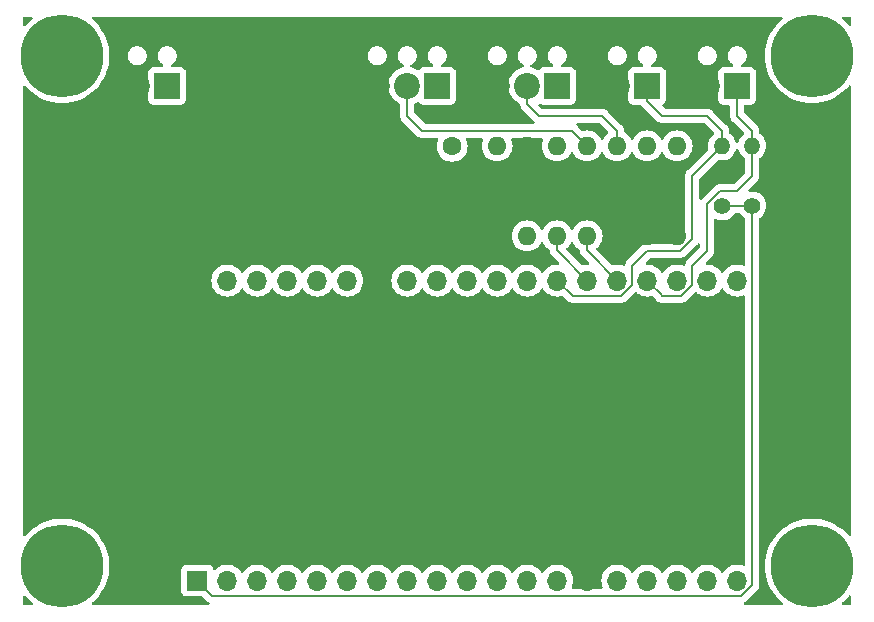
<source format=gbr>
%TF.GenerationSoftware,KiCad,Pcbnew,8.0.7*%
%TF.CreationDate,2024-12-29T04:50:49+01:00*%
%TF.ProjectId,TeteDeLit,54657465-4465-44c6-9974-2e6b69636164,rev?*%
%TF.SameCoordinates,Original*%
%TF.FileFunction,Copper,L2,Bot*%
%TF.FilePolarity,Positive*%
%FSLAX46Y46*%
G04 Gerber Fmt 4.6, Leading zero omitted, Abs format (unit mm)*
G04 Created by KiCad (PCBNEW 8.0.7) date 2024-12-29 04:50:49*
%MOMM*%
%LPD*%
G01*
G04 APERTURE LIST*
%TA.AperFunction,ComponentPad*%
%ADD10C,7.000000*%
%TD*%
%TA.AperFunction,ComponentPad*%
%ADD11R,1.600000X1.600000*%
%TD*%
%TA.AperFunction,ComponentPad*%
%ADD12O,1.600000X1.600000*%
%TD*%
%TA.AperFunction,ComponentPad*%
%ADD13C,1.600000*%
%TD*%
%TA.AperFunction,ComponentPad*%
%ADD14C,1.400000*%
%TD*%
%TA.AperFunction,ComponentPad*%
%ADD15O,1.400000X1.400000*%
%TD*%
%TA.AperFunction,ComponentPad*%
%ADD16R,2.200000X2.200000*%
%TD*%
%TA.AperFunction,ComponentPad*%
%ADD17C,2.200000*%
%TD*%
%TA.AperFunction,ComponentPad*%
%ADD18O,1.700000X1.700000*%
%TD*%
%TA.AperFunction,ComponentPad*%
%ADD19R,1.700000X1.700000*%
%TD*%
%TA.AperFunction,Conductor*%
%ADD20C,0.200000*%
%TD*%
G04 APERTURE END LIST*
D10*
%TO.P,REF02,1*%
%TO.N,N/C*%
X194310000Y-80010000D03*
%TD*%
%TO.P,REF04,1*%
%TO.N,N/C*%
X194310000Y-123190000D03*
%TD*%
%TO.P,REF03,1*%
%TO.N,N/C*%
X130810000Y-123190000D03*
%TD*%
%TO.P,REF01,1*%
%TO.N,N/C*%
X130810000Y-80010000D03*
%TD*%
D11*
%TO.P,U2,1,\u002AOEB*%
%TO.N,GND*%
X167635000Y-95250000D03*
D12*
%TO.P,U2,2,NC*%
%TO.N,unconnected-(U2-NC-Pad2)*%
X170175000Y-95250000D03*
%TO.P,U2,3,A0*%
%TO.N,DATA_LH*%
X172715000Y-95250000D03*
%TO.P,U2,4,A1*%
%TO.N,DATA_RH*%
X175255000Y-95250000D03*
%TO.P,U2,5,A2*%
%TO.N,GND*%
X177795000Y-95250000D03*
%TO.P,U2,6,A3*%
X180335000Y-95250000D03*
%TO.P,U2,7,GND*%
X182875000Y-95250000D03*
%TO.P,U2,8,B3*%
%TO.N,unconnected-(U2-B3-Pad8)*%
X182875000Y-87630000D03*
%TO.P,U2,9,B2*%
%TO.N,unconnected-(U2-B2-Pad9)*%
X180335000Y-87630000D03*
%TO.P,U2,10,B1*%
%TO.N,Net-(J5-Pin_2)*%
X177795000Y-87630000D03*
%TO.P,U2,11,B0*%
%TO.N,Net-(J4-Pin_2)*%
X175255000Y-87630000D03*
%TO.P,U2,12,NC*%
%TO.N,unconnected-(U2-NC-Pad12)*%
X172715000Y-87630000D03*
%TO.P,U2,13,OEA*%
%TO.N,GND*%
X170175000Y-87630000D03*
%TO.P,U2,14,VCC*%
%TO.N,+5V*%
X167635000Y-87630000D03*
%TD*%
D13*
%TO.P,C1,1*%
%TO.N,+5V*%
X163830000Y-87670000D03*
%TO.P,C1,2*%
%TO.N,GND*%
X163830000Y-90170000D03*
%TD*%
D14*
%TO.P,R2,1*%
%TO.N,+3V3*%
X189230000Y-92710000D03*
D15*
%TO.P,R2,2*%
%TO.N,BUTTON_RH*%
X189230000Y-87630000D03*
%TD*%
D16*
%TO.P,J7,1,Pin_1*%
%TO.N,BUTTON_RH*%
X187960000Y-82550000D03*
D17*
%TO.P,J7,2,Pin_2*%
%TO.N,GND*%
X185420000Y-82550000D03*
%TD*%
D16*
%TO.P,J3,1,Pin_1*%
%TO.N,BUTTON_LH*%
X180340000Y-82550000D03*
D17*
%TO.P,J3,2,Pin_2*%
%TO.N,GND*%
X177800000Y-82550000D03*
%TD*%
D16*
%TO.P,J6,1,Pin_1*%
%TO.N,+5V*%
X139700000Y-82550000D03*
D17*
%TO.P,J6,2,Pin_2*%
%TO.N,GND*%
X137160000Y-82550000D03*
%TD*%
D14*
%TO.P,R1,1*%
%TO.N,+3V3*%
X186690000Y-92710000D03*
D15*
%TO.P,R1,2*%
%TO.N,BUTTON_LH*%
X186690000Y-87630000D03*
%TD*%
D18*
%TO.P,J1,19,Pin_19*%
%TO.N,+5V*%
X187970000Y-124435000D03*
%TO.P,J1,18,Pin_18*%
%TO.N,Net-(J1-Pin_18)*%
X185430000Y-124435000D03*
%TO.P,J1,17,Pin_17*%
%TO.N,Net-(J1-Pin_17)*%
X182890000Y-124435000D03*
%TO.P,J1,16,Pin_16*%
%TO.N,Net-(J1-Pin_16)*%
X180350000Y-124435000D03*
%TO.P,J1,15,Pin_15*%
%TO.N,Net-(J1-Pin_15)*%
X177810000Y-124435000D03*
%TO.P,J1,14,Pin_14*%
%TO.N,GND*%
X175270000Y-124435000D03*
%TO.P,J1,13,Pin_13*%
%TO.N,Net-(J1-Pin_13)*%
X172730000Y-124435000D03*
%TO.P,J1,12,Pin_12*%
%TO.N,Net-(J1-Pin_12)*%
X170190000Y-124435000D03*
%TO.P,J1,11,Pin_11*%
%TO.N,Net-(J1-Pin_11)*%
X167650000Y-124435000D03*
%TO.P,J1,10,Pin_10*%
%TO.N,Net-(J1-Pin_10)*%
X165110000Y-124435000D03*
%TO.P,J1,9,Pin_9*%
%TO.N,Net-(J1-Pin_9)*%
X162570000Y-124435000D03*
%TO.P,J1,8,Pin_8*%
%TO.N,Net-(J1-Pin_8)*%
X160030000Y-124435000D03*
%TO.P,J1,7,Pin_7*%
%TO.N,Net-(J1-Pin_7)*%
X157490000Y-124435000D03*
%TO.P,J1,6,Pin_6*%
%TO.N,Net-(J1-Pin_6)*%
X154950000Y-124435000D03*
%TO.P,J1,5,Pin_5*%
%TO.N,Net-(J1-Pin_5)*%
X152410000Y-124435000D03*
%TO.P,J1,4,Pin_4*%
%TO.N,Net-(J1-Pin_4)*%
X149870000Y-124435000D03*
%TO.P,J1,3,Pin_3*%
%TO.N,Net-(J1-Pin_3)*%
X147330000Y-124435000D03*
%TO.P,J1,2,Pin_2*%
%TO.N,Net-(J1-Pin_2)*%
X144790000Y-124435000D03*
D19*
%TO.P,J1,1,Pin_1*%
%TO.N,+3V3*%
X142250000Y-124435000D03*
%TD*%
D18*
%TO.P,J2,19,Pin_19*%
%TO.N,Net-(J2-Pin_19)*%
X187970000Y-99035000D03*
%TO.P,J2,18,Pin_18*%
%TO.N,Net-(J2-Pin_18)*%
X185430000Y-99035000D03*
%TO.P,J2,17,Pin_17*%
%TO.N,Net-(J2-Pin_17)*%
X182890000Y-99035000D03*
%TO.P,J2,16,Pin_16*%
%TO.N,BUTTON_RH*%
X180350000Y-99035000D03*
%TO.P,J2,15,Pin_15*%
%TO.N,DATA_RH*%
X177810000Y-99035000D03*
%TO.P,J2,14,Pin_14*%
%TO.N,DATA_LH*%
X175270000Y-99035000D03*
%TO.P,J2,13,Pin_13*%
%TO.N,BUTTON_LH*%
X172730000Y-99035000D03*
%TO.P,J2,12,Pin_12*%
%TO.N,Net-(J2-Pin_12)*%
X170190000Y-99035000D03*
%TO.P,J2,11,Pin_11*%
%TO.N,Net-(J2-Pin_11)*%
X167650000Y-99035000D03*
%TO.P,J2,10,Pin_10*%
%TO.N,Net-(J2-Pin_10)*%
X165110000Y-99035000D03*
%TO.P,J2,9,Pin_9*%
%TO.N,Net-(J2-Pin_9)*%
X162570000Y-99035000D03*
%TO.P,J2,8,Pin_8*%
%TO.N,Net-(J2-Pin_8)*%
X160030000Y-99035000D03*
%TO.P,J2,7,Pin_7*%
%TO.N,GND*%
X157490000Y-99035000D03*
%TO.P,J2,6,Pin_6*%
%TO.N,Net-(J2-Pin_6)*%
X154950000Y-99035000D03*
%TO.P,J2,5,Pin_5*%
%TO.N,Net-(J2-Pin_5)*%
X152410000Y-99035000D03*
%TO.P,J2,4,Pin_4*%
%TO.N,Net-(J2-Pin_4)*%
X149870000Y-99035000D03*
%TO.P,J2,3,Pin_3*%
%TO.N,Net-(J2-Pin_3)*%
X147330000Y-99035000D03*
%TO.P,J2,2,Pin_2*%
%TO.N,Net-(J2-Pin_2)*%
X144790000Y-99035000D03*
D19*
%TO.P,J2,1,Pin_1*%
%TO.N,GND*%
X142250000Y-99035000D03*
%TD*%
D16*
%TO.P,J5,1,Pin_1*%
%TO.N,+5V*%
X172720000Y-82550000D03*
D17*
%TO.P,J5,2,Pin_2*%
%TO.N,Net-(J5-Pin_2)*%
X170180000Y-82550000D03*
%TO.P,J5,3,Pin_3*%
%TO.N,GND*%
X167640000Y-82550000D03*
%TD*%
%TO.P,J4,3,Pin_3*%
%TO.N,GND*%
X157480000Y-82550000D03*
%TO.P,J4,2,Pin_2*%
%TO.N,Net-(J4-Pin_2)*%
X160020000Y-82550000D03*
D16*
%TO.P,J4,1,Pin_1*%
%TO.N,+5V*%
X162560000Y-82550000D03*
%TD*%
D20*
%TO.N,BUTTON_LH*%
X172730000Y-99035000D02*
X174025000Y-100330000D01*
X179070000Y-97790000D02*
X180340000Y-96520000D01*
X174025000Y-100330000D02*
X178141346Y-100330000D01*
X178141346Y-100330000D02*
X179070000Y-99401346D01*
X179070000Y-99401346D02*
X179070000Y-97790000D01*
X180340000Y-96520000D02*
X183160635Y-96520000D01*
X183160635Y-96520000D02*
X184150000Y-95530635D01*
X184150000Y-95530635D02*
X184150000Y-90170000D01*
X184150000Y-90170000D02*
X186690000Y-87630000D01*
%TO.N,BUTTON_RH*%
X180350000Y-99035000D02*
X181610000Y-100295000D01*
X181610000Y-100295000D02*
X181610000Y-100330000D01*
X187960000Y-91440000D02*
X189230000Y-90170000D01*
X181610000Y-100330000D02*
X183221346Y-100330000D01*
X183221346Y-100330000D02*
X184150000Y-99401346D01*
X184150000Y-97790000D02*
X185420000Y-96520000D01*
X186545786Y-91440000D02*
X187960000Y-91440000D01*
X189230000Y-90170000D02*
X189230000Y-87630000D01*
X184150000Y-99401346D02*
X184150000Y-97790000D01*
X185420000Y-96520000D02*
X185420000Y-92565786D01*
X185420000Y-92565786D02*
X186545786Y-91440000D01*
%TO.N,DATA_RH*%
X175255000Y-95250000D02*
X175255000Y-96480000D01*
X175255000Y-96480000D02*
X177810000Y-99035000D01*
%TO.N,DATA_LH*%
X172715000Y-95250000D02*
X172715000Y-96480000D01*
X172715000Y-96480000D02*
X175270000Y-99035000D01*
%TO.N,BUTTON_LH*%
X181610000Y-85090000D02*
X180340000Y-83820000D01*
X185420000Y-85090000D02*
X181610000Y-85090000D01*
X186690000Y-87630000D02*
X186690000Y-86360000D01*
X180340000Y-83820000D02*
X180340000Y-82550000D01*
X186690000Y-86360000D02*
X185420000Y-85090000D01*
%TO.N,BUTTON_RH*%
X189230000Y-86360000D02*
X187960000Y-85090000D01*
X189230000Y-87630000D02*
X189230000Y-86360000D01*
X187960000Y-85090000D02*
X187960000Y-82550000D01*
%TO.N,Net-(J5-Pin_2)*%
X177795000Y-86355000D02*
X176530000Y-85090000D01*
X177795000Y-87630000D02*
X177795000Y-86355000D01*
X176530000Y-85090000D02*
X171164366Y-85090000D01*
X171164366Y-85090000D02*
X170180000Y-84105634D01*
X170180000Y-84105634D02*
X170180000Y-82550000D01*
%TO.N,Net-(J4-Pin_2)*%
X161290000Y-86360000D02*
X160020000Y-85090000D01*
X173990000Y-86365000D02*
X173990000Y-86360000D01*
X175255000Y-87630000D02*
X173990000Y-86365000D01*
X173990000Y-86360000D02*
X161290000Y-86360000D01*
X160020000Y-85090000D02*
X160020000Y-82550000D01*
%TO.N,+3V3*%
X142250000Y-124470000D02*
X143510000Y-125730000D01*
X143510000Y-125730000D02*
X188301346Y-125730000D01*
X186690000Y-92710000D02*
X189230000Y-92710000D01*
X188301346Y-125730000D02*
X189230000Y-124801346D01*
X189230000Y-124801346D02*
X189230000Y-92710000D01*
%TD*%
%TA.AperFunction,Conductor*%
%TO.N,GND*%
G36*
X191750017Y-76720185D02*
G01*
X191795772Y-76772989D01*
X191805716Y-76842147D01*
X191776691Y-76905703D01*
X191766251Y-76916378D01*
X191477807Y-77177807D01*
X191213846Y-77469043D01*
X190979692Y-77784763D01*
X190777620Y-78121899D01*
X190609562Y-78477227D01*
X190609561Y-78477229D01*
X190477143Y-78847315D01*
X190381637Y-79228593D01*
X190341421Y-79499711D01*
X190323962Y-79617409D01*
X190304675Y-80010000D01*
X190323962Y-80402591D01*
X190323962Y-80402597D01*
X190323963Y-80402599D01*
X190381637Y-80791406D01*
X190477143Y-81172684D01*
X190609561Y-81542770D01*
X190609562Y-81542772D01*
X190777620Y-81898100D01*
X190870997Y-82053889D01*
X190979694Y-82235239D01*
X191208174Y-82543309D01*
X191213846Y-82550956D01*
X191477807Y-82842192D01*
X191702796Y-83046110D01*
X191769049Y-83106158D01*
X192084761Y-83340306D01*
X192084763Y-83340307D01*
X192421899Y-83542379D01*
X192421902Y-83542380D01*
X192421903Y-83542381D01*
X192777228Y-83710438D01*
X193147316Y-83842857D01*
X193528600Y-83938364D01*
X193917409Y-83996038D01*
X194310000Y-84015325D01*
X194702591Y-83996038D01*
X195091400Y-83938364D01*
X195472684Y-83842857D01*
X195842772Y-83710438D01*
X196198097Y-83542381D01*
X196535239Y-83340306D01*
X196850951Y-83106158D01*
X197142192Y-82842192D01*
X197403622Y-82553748D01*
X197463228Y-82517295D01*
X197533081Y-82518854D01*
X197591001Y-82557930D01*
X197618601Y-82622118D01*
X197619500Y-82637022D01*
X197619500Y-120562977D01*
X197599815Y-120630016D01*
X197547011Y-120675771D01*
X197477853Y-120685715D01*
X197414297Y-120656690D01*
X197403622Y-120646250D01*
X197142192Y-120357807D01*
X196850956Y-120093846D01*
X196535236Y-119859692D01*
X196198100Y-119657620D01*
X195842772Y-119489562D01*
X195842770Y-119489561D01*
X195472684Y-119357143D01*
X195091406Y-119261637D01*
X195091401Y-119261636D01*
X195091400Y-119261636D01*
X194947256Y-119240254D01*
X194702599Y-119203963D01*
X194702597Y-119203962D01*
X194702591Y-119203962D01*
X194310000Y-119184675D01*
X193917409Y-119203962D01*
X193917403Y-119203962D01*
X193917400Y-119203963D01*
X193528593Y-119261637D01*
X193147315Y-119357143D01*
X192777229Y-119489561D01*
X192777227Y-119489562D01*
X192421899Y-119657620D01*
X192084763Y-119859692D01*
X191769043Y-120093846D01*
X191477807Y-120357807D01*
X191213846Y-120649043D01*
X190979692Y-120964763D01*
X190777620Y-121301899D01*
X190609562Y-121657227D01*
X190609561Y-121657229D01*
X190477143Y-122027315D01*
X190381637Y-122408593D01*
X190381636Y-122408600D01*
X190323962Y-122797409D01*
X190304675Y-123190000D01*
X190323962Y-123582591D01*
X190323962Y-123582597D01*
X190323963Y-123582599D01*
X190381637Y-123971406D01*
X190477143Y-124352684D01*
X190609561Y-124722770D01*
X190609562Y-124722772D01*
X190777620Y-125078100D01*
X190979692Y-125415236D01*
X190979694Y-125415239D01*
X191212244Y-125728797D01*
X191213846Y-125730956D01*
X191477807Y-126022192D01*
X191766251Y-126283622D01*
X191802705Y-126343228D01*
X191801146Y-126413081D01*
X191762070Y-126471001D01*
X191697882Y-126498601D01*
X191682978Y-126499500D01*
X188632305Y-126499500D01*
X188565266Y-126479815D01*
X188519511Y-126427011D01*
X188509567Y-126357853D01*
X188538592Y-126294297D01*
X188570301Y-126268115D01*
X188583250Y-126260639D01*
X188670062Y-126210520D01*
X188781866Y-126098716D01*
X188781866Y-126098714D01*
X188792074Y-126088507D01*
X188792076Y-126088504D01*
X189588506Y-125292074D01*
X189588511Y-125292070D01*
X189598714Y-125281866D01*
X189598716Y-125281866D01*
X189710520Y-125170062D01*
X189771040Y-125065238D01*
X189789577Y-125033131D01*
X189830500Y-124880403D01*
X189830500Y-124722289D01*
X189830500Y-93819244D01*
X189850185Y-93752205D01*
X189889220Y-93713819D01*
X189956562Y-93672124D01*
X190120981Y-93522236D01*
X190255058Y-93344689D01*
X190354229Y-93145528D01*
X190415115Y-92931536D01*
X190435643Y-92710000D01*
X190415115Y-92488464D01*
X190354229Y-92274472D01*
X190321057Y-92207854D01*
X190255061Y-92075316D01*
X190255056Y-92075308D01*
X190120979Y-91897761D01*
X189956562Y-91747876D01*
X189956560Y-91747874D01*
X189767404Y-91630754D01*
X189767398Y-91630752D01*
X189559940Y-91550382D01*
X189341243Y-91509500D01*
X189118757Y-91509500D01*
X189046207Y-91523061D01*
X188976693Y-91516031D01*
X188922014Y-91472533D01*
X188899532Y-91406379D01*
X188916385Y-91338572D01*
X188935742Y-91313492D01*
X189177950Y-91071284D01*
X189598713Y-90650521D01*
X189598716Y-90650520D01*
X189710520Y-90538716D01*
X189760639Y-90451904D01*
X189789577Y-90401785D01*
X189830500Y-90249058D01*
X189830500Y-90090943D01*
X189830500Y-88739244D01*
X189850185Y-88672205D01*
X189889220Y-88633819D01*
X189956562Y-88592124D01*
X190120981Y-88442236D01*
X190255058Y-88264689D01*
X190354229Y-88065528D01*
X190415115Y-87851536D01*
X190435643Y-87630000D01*
X190415115Y-87408464D01*
X190354229Y-87194472D01*
X190354224Y-87194461D01*
X190255061Y-86995316D01*
X190255056Y-86995308D01*
X190120979Y-86817761D01*
X189956563Y-86667877D01*
X189956562Y-86667876D01*
X189889221Y-86626180D01*
X189842587Y-86574153D01*
X189830500Y-86520754D01*
X189830500Y-86280944D01*
X189830499Y-86280939D01*
X189829163Y-86275952D01*
X189829161Y-86275943D01*
X189789577Y-86128215D01*
X189760639Y-86078095D01*
X189710520Y-85991284D01*
X189598716Y-85879480D01*
X189598715Y-85879479D01*
X189594385Y-85875149D01*
X189594374Y-85875139D01*
X188596819Y-84877584D01*
X188563334Y-84816261D01*
X188560500Y-84789903D01*
X188560500Y-84274499D01*
X188580185Y-84207460D01*
X188632989Y-84161705D01*
X188684500Y-84150499D01*
X189107871Y-84150499D01*
X189107872Y-84150499D01*
X189167483Y-84144091D01*
X189302331Y-84093796D01*
X189417546Y-84007546D01*
X189503796Y-83892331D01*
X189554091Y-83757483D01*
X189560500Y-83697873D01*
X189560499Y-81402128D01*
X189554091Y-81342517D01*
X189520017Y-81251161D01*
X189503797Y-81207671D01*
X189503793Y-81207664D01*
X189417547Y-81092455D01*
X189417544Y-81092452D01*
X189302335Y-81006206D01*
X189302328Y-81006202D01*
X189167482Y-80955908D01*
X189167483Y-80955908D01*
X189107883Y-80949501D01*
X189107881Y-80949500D01*
X189107873Y-80949500D01*
X189107865Y-80949500D01*
X188403574Y-80949500D01*
X188336535Y-80929815D01*
X188290780Y-80877011D01*
X188280836Y-80807853D01*
X188309861Y-80744297D01*
X188334683Y-80722398D01*
X188470289Y-80631789D01*
X188581786Y-80520292D01*
X188581789Y-80520289D01*
X188669394Y-80389179D01*
X188729737Y-80243497D01*
X188760500Y-80088842D01*
X188760500Y-79931158D01*
X188760500Y-79931155D01*
X188760499Y-79931153D01*
X188729738Y-79776510D01*
X188729737Y-79776503D01*
X188729735Y-79776498D01*
X188669397Y-79630827D01*
X188669390Y-79630814D01*
X188581789Y-79499711D01*
X188581786Y-79499707D01*
X188470292Y-79388213D01*
X188470288Y-79388210D01*
X188339185Y-79300609D01*
X188339172Y-79300602D01*
X188193501Y-79240264D01*
X188193489Y-79240261D01*
X188038845Y-79209500D01*
X188038842Y-79209500D01*
X187881158Y-79209500D01*
X187881155Y-79209500D01*
X187726510Y-79240261D01*
X187726498Y-79240264D01*
X187580827Y-79300602D01*
X187580814Y-79300609D01*
X187449711Y-79388210D01*
X187449707Y-79388213D01*
X187338213Y-79499707D01*
X187338210Y-79499711D01*
X187250609Y-79630814D01*
X187250602Y-79630827D01*
X187190264Y-79776498D01*
X187190261Y-79776510D01*
X187159500Y-79931153D01*
X187159500Y-80088846D01*
X187190261Y-80243489D01*
X187190264Y-80243501D01*
X187250602Y-80389172D01*
X187250609Y-80389185D01*
X187338210Y-80520288D01*
X187338213Y-80520292D01*
X187449707Y-80631786D01*
X187449711Y-80631789D01*
X187585316Y-80722398D01*
X187630121Y-80776010D01*
X187638828Y-80845335D01*
X187608674Y-80908363D01*
X187549230Y-80945082D01*
X187516425Y-80949500D01*
X186812129Y-80949500D01*
X186812123Y-80949501D01*
X186752516Y-80955908D01*
X186617671Y-81006202D01*
X186617664Y-81006206D01*
X186502455Y-81092452D01*
X186502452Y-81092455D01*
X186416206Y-81207664D01*
X186416202Y-81207671D01*
X186365908Y-81342517D01*
X186359501Y-81402116D01*
X186359501Y-81402123D01*
X186359500Y-81402135D01*
X186359500Y-83697870D01*
X186359501Y-83697876D01*
X186365908Y-83757483D01*
X186416202Y-83892328D01*
X186416206Y-83892335D01*
X186502452Y-84007544D01*
X186502455Y-84007547D01*
X186617664Y-84093793D01*
X186617671Y-84093797D01*
X186662618Y-84110561D01*
X186752517Y-84144091D01*
X186812127Y-84150500D01*
X187235500Y-84150499D01*
X187302539Y-84170183D01*
X187348294Y-84222987D01*
X187359500Y-84274499D01*
X187359500Y-85003330D01*
X187359499Y-85003348D01*
X187359499Y-85169054D01*
X187359498Y-85169054D01*
X187400423Y-85321785D01*
X187429358Y-85371900D01*
X187429359Y-85371904D01*
X187429360Y-85371904D01*
X187479479Y-85458714D01*
X187479481Y-85458717D01*
X187598349Y-85577585D01*
X187598355Y-85577590D01*
X188508492Y-86487727D01*
X188541977Y-86549050D01*
X188536993Y-86618742D01*
X188504349Y-86667045D01*
X188339020Y-86817761D01*
X188204943Y-86995308D01*
X188204938Y-86995316D01*
X188105775Y-87194461D01*
X188105769Y-87194476D01*
X188079266Y-87287627D01*
X188041987Y-87346721D01*
X187978677Y-87376278D01*
X187909438Y-87366916D01*
X187856251Y-87321606D01*
X187840734Y-87287627D01*
X187814230Y-87194476D01*
X187814229Y-87194472D01*
X187814224Y-87194461D01*
X187715061Y-86995316D01*
X187715056Y-86995308D01*
X187580979Y-86817761D01*
X187416563Y-86667877D01*
X187416562Y-86667876D01*
X187349221Y-86626180D01*
X187302587Y-86574153D01*
X187290500Y-86520754D01*
X187290500Y-86280944D01*
X187290499Y-86280939D01*
X187289163Y-86275952D01*
X187289161Y-86275943D01*
X187249577Y-86128215D01*
X187220639Y-86078095D01*
X187170520Y-85991284D01*
X187058716Y-85879480D01*
X187058715Y-85879479D01*
X187054385Y-85875149D01*
X187054374Y-85875139D01*
X185907590Y-84728355D01*
X185907588Y-84728352D01*
X185788717Y-84609481D01*
X185788716Y-84609480D01*
X185701904Y-84559360D01*
X185701904Y-84559359D01*
X185701900Y-84559358D01*
X185651785Y-84530423D01*
X185499057Y-84489499D01*
X185340943Y-84489499D01*
X185333347Y-84489499D01*
X185333331Y-84489500D01*
X181910097Y-84489500D01*
X181843058Y-84469815D01*
X181822416Y-84453181D01*
X181657613Y-84288378D01*
X181624128Y-84227055D01*
X181629112Y-84157363D01*
X181670984Y-84101430D01*
X181679106Y-84096210D01*
X181682335Y-84093793D01*
X181797546Y-84007546D01*
X181883796Y-83892331D01*
X181934091Y-83757483D01*
X181940500Y-83697873D01*
X181940499Y-81402128D01*
X181934091Y-81342517D01*
X181900017Y-81251161D01*
X181883797Y-81207671D01*
X181883793Y-81207664D01*
X181797547Y-81092455D01*
X181797544Y-81092452D01*
X181682335Y-81006206D01*
X181682328Y-81006202D01*
X181547482Y-80955908D01*
X181547483Y-80955908D01*
X181487883Y-80949501D01*
X181487881Y-80949500D01*
X181487873Y-80949500D01*
X181487865Y-80949500D01*
X180783574Y-80949500D01*
X180716535Y-80929815D01*
X180670780Y-80877011D01*
X180660836Y-80807853D01*
X180689861Y-80744297D01*
X180714683Y-80722398D01*
X180850289Y-80631789D01*
X180961786Y-80520292D01*
X180961789Y-80520289D01*
X181049394Y-80389179D01*
X181109737Y-80243497D01*
X181140500Y-80088842D01*
X181140500Y-79931158D01*
X181140500Y-79931155D01*
X181140499Y-79931153D01*
X184619500Y-79931153D01*
X184619500Y-80088846D01*
X184650261Y-80243489D01*
X184650264Y-80243501D01*
X184710602Y-80389172D01*
X184710609Y-80389185D01*
X184798210Y-80520288D01*
X184798213Y-80520292D01*
X184909707Y-80631786D01*
X184909711Y-80631789D01*
X185040814Y-80719390D01*
X185040827Y-80719397D01*
X185177505Y-80776010D01*
X185186503Y-80779737D01*
X185327851Y-80807853D01*
X185341153Y-80810499D01*
X185341156Y-80810500D01*
X185341158Y-80810500D01*
X185498844Y-80810500D01*
X185498845Y-80810499D01*
X185653497Y-80779737D01*
X185799179Y-80719394D01*
X185930289Y-80631789D01*
X186041789Y-80520289D01*
X186129394Y-80389179D01*
X186189737Y-80243497D01*
X186220500Y-80088842D01*
X186220500Y-79931158D01*
X186220500Y-79931155D01*
X186220499Y-79931153D01*
X186189738Y-79776510D01*
X186189737Y-79776503D01*
X186189735Y-79776498D01*
X186129397Y-79630827D01*
X186129390Y-79630814D01*
X186041789Y-79499711D01*
X186041786Y-79499707D01*
X185930292Y-79388213D01*
X185930288Y-79388210D01*
X185799185Y-79300609D01*
X185799172Y-79300602D01*
X185653501Y-79240264D01*
X185653489Y-79240261D01*
X185498845Y-79209500D01*
X185498842Y-79209500D01*
X185341158Y-79209500D01*
X185341155Y-79209500D01*
X185186510Y-79240261D01*
X185186498Y-79240264D01*
X185040827Y-79300602D01*
X185040814Y-79300609D01*
X184909711Y-79388210D01*
X184909707Y-79388213D01*
X184798213Y-79499707D01*
X184798210Y-79499711D01*
X184710609Y-79630814D01*
X184710602Y-79630827D01*
X184650264Y-79776498D01*
X184650261Y-79776510D01*
X184619500Y-79931153D01*
X181140499Y-79931153D01*
X181109738Y-79776510D01*
X181109737Y-79776503D01*
X181109735Y-79776498D01*
X181049397Y-79630827D01*
X181049390Y-79630814D01*
X180961789Y-79499711D01*
X180961786Y-79499707D01*
X180850292Y-79388213D01*
X180850288Y-79388210D01*
X180719185Y-79300609D01*
X180719172Y-79300602D01*
X180573501Y-79240264D01*
X180573489Y-79240261D01*
X180418845Y-79209500D01*
X180418842Y-79209500D01*
X180261158Y-79209500D01*
X180261155Y-79209500D01*
X180106510Y-79240261D01*
X180106498Y-79240264D01*
X179960827Y-79300602D01*
X179960814Y-79300609D01*
X179829711Y-79388210D01*
X179829707Y-79388213D01*
X179718213Y-79499707D01*
X179718210Y-79499711D01*
X179630609Y-79630814D01*
X179630602Y-79630827D01*
X179570264Y-79776498D01*
X179570261Y-79776510D01*
X179539500Y-79931153D01*
X179539500Y-80088846D01*
X179570261Y-80243489D01*
X179570264Y-80243501D01*
X179630602Y-80389172D01*
X179630609Y-80389185D01*
X179718210Y-80520288D01*
X179718213Y-80520292D01*
X179829707Y-80631786D01*
X179829711Y-80631789D01*
X179965316Y-80722398D01*
X180010121Y-80776010D01*
X180018828Y-80845335D01*
X179988674Y-80908363D01*
X179929230Y-80945082D01*
X179896425Y-80949500D01*
X179192129Y-80949500D01*
X179192123Y-80949501D01*
X179132516Y-80955908D01*
X178997671Y-81006202D01*
X178997664Y-81006206D01*
X178882455Y-81092452D01*
X178882452Y-81092455D01*
X178796206Y-81207664D01*
X178796202Y-81207671D01*
X178745908Y-81342517D01*
X178739501Y-81402116D01*
X178739501Y-81402123D01*
X178739500Y-81402135D01*
X178739500Y-83697870D01*
X178739501Y-83697876D01*
X178745908Y-83757483D01*
X178796202Y-83892328D01*
X178796206Y-83892335D01*
X178882452Y-84007544D01*
X178882455Y-84007547D01*
X178997664Y-84093793D01*
X178997671Y-84093797D01*
X179042618Y-84110561D01*
X179132517Y-84144091D01*
X179192127Y-84150500D01*
X179769901Y-84150499D01*
X179836940Y-84170183D01*
X179857582Y-84186818D01*
X179978349Y-84307585D01*
X179978355Y-84307590D01*
X181125139Y-85454374D01*
X181125149Y-85454385D01*
X181129479Y-85458715D01*
X181129480Y-85458716D01*
X181241284Y-85570520D01*
X181308181Y-85609142D01*
X181328095Y-85620639D01*
X181328097Y-85620641D01*
X181378213Y-85649576D01*
X181378215Y-85649577D01*
X181530942Y-85690500D01*
X181530943Y-85690500D01*
X185119903Y-85690500D01*
X185186942Y-85710185D01*
X185207584Y-85726819D01*
X185968492Y-86487727D01*
X186001977Y-86549050D01*
X185996993Y-86618742D01*
X185964349Y-86667045D01*
X185799020Y-86817761D01*
X185664943Y-86995308D01*
X185664938Y-86995316D01*
X185565775Y-87194461D01*
X185565769Y-87194476D01*
X185504885Y-87408462D01*
X185504884Y-87408464D01*
X185484357Y-87629999D01*
X185484357Y-87630000D01*
X185504885Y-87851537D01*
X185510270Y-87870463D01*
X185509683Y-87940330D01*
X185478685Y-87992078D01*
X183781286Y-89689478D01*
X183669481Y-89801282D01*
X183669479Y-89801285D01*
X183619361Y-89888094D01*
X183619359Y-89888096D01*
X183590425Y-89938209D01*
X183590424Y-89938210D01*
X183590423Y-89938215D01*
X183549499Y-90090943D01*
X183549499Y-90090945D01*
X183549499Y-90259046D01*
X183549500Y-90259059D01*
X183549500Y-95230538D01*
X183529815Y-95297577D01*
X183513181Y-95318219D01*
X182948219Y-95883181D01*
X182886896Y-95916666D01*
X182860538Y-95919500D01*
X180419057Y-95919500D01*
X180260942Y-95919500D01*
X180108215Y-95960423D01*
X180108214Y-95960423D01*
X180108212Y-95960424D01*
X180108209Y-95960425D01*
X180058096Y-95989359D01*
X180058095Y-95989360D01*
X180038130Y-96000887D01*
X179971285Y-96039479D01*
X179971282Y-96039481D01*
X178589481Y-97421282D01*
X178589479Y-97421285D01*
X178539361Y-97508094D01*
X178539359Y-97508096D01*
X178510425Y-97558209D01*
X178510423Y-97558213D01*
X178510423Y-97558215D01*
X178474049Y-97693963D01*
X178437683Y-97753623D01*
X178374836Y-97784151D01*
X178305460Y-97775856D01*
X178301884Y-97774257D01*
X178290800Y-97769088D01*
X178273664Y-97761097D01*
X178273655Y-97761094D01*
X178045413Y-97699938D01*
X178045403Y-97699936D01*
X177810001Y-97679341D01*
X177809999Y-97679341D01*
X177574596Y-97699936D01*
X177574583Y-97699939D01*
X177446241Y-97734327D01*
X177376392Y-97732664D01*
X177326468Y-97702233D01*
X176069321Y-96445086D01*
X176035836Y-96383763D01*
X176040820Y-96314071D01*
X176082692Y-96258138D01*
X176085868Y-96255837D01*
X176094139Y-96250047D01*
X176255047Y-96089139D01*
X176385568Y-95902734D01*
X176481739Y-95696496D01*
X176540635Y-95476692D01*
X176560468Y-95250000D01*
X176540635Y-95023308D01*
X176481739Y-94803504D01*
X176385568Y-94597266D01*
X176255047Y-94410861D01*
X176255045Y-94410858D01*
X176094141Y-94249954D01*
X175907734Y-94119432D01*
X175907732Y-94119431D01*
X175701497Y-94023261D01*
X175701488Y-94023258D01*
X175481697Y-93964366D01*
X175481693Y-93964365D01*
X175481692Y-93964365D01*
X175481691Y-93964364D01*
X175481686Y-93964364D01*
X175255002Y-93944532D01*
X175254998Y-93944532D01*
X175028313Y-93964364D01*
X175028302Y-93964366D01*
X174808511Y-94023258D01*
X174808502Y-94023261D01*
X174602267Y-94119431D01*
X174602265Y-94119432D01*
X174415858Y-94249954D01*
X174254954Y-94410858D01*
X174124432Y-94597265D01*
X174124431Y-94597267D01*
X174097382Y-94655275D01*
X174051209Y-94707714D01*
X173984016Y-94726866D01*
X173917135Y-94706650D01*
X173872618Y-94655275D01*
X173845568Y-94597267D01*
X173845567Y-94597265D01*
X173715045Y-94410858D01*
X173554141Y-94249954D01*
X173367734Y-94119432D01*
X173367732Y-94119431D01*
X173161497Y-94023261D01*
X173161488Y-94023258D01*
X172941697Y-93964366D01*
X172941693Y-93964365D01*
X172941692Y-93964365D01*
X172941691Y-93964364D01*
X172941686Y-93964364D01*
X172715002Y-93944532D01*
X172714998Y-93944532D01*
X172488313Y-93964364D01*
X172488302Y-93964366D01*
X172268511Y-94023258D01*
X172268502Y-94023261D01*
X172062267Y-94119431D01*
X172062265Y-94119432D01*
X171875858Y-94249954D01*
X171714954Y-94410858D01*
X171584432Y-94597265D01*
X171584431Y-94597267D01*
X171557382Y-94655275D01*
X171511209Y-94707714D01*
X171444016Y-94726866D01*
X171377135Y-94706650D01*
X171332618Y-94655275D01*
X171305568Y-94597267D01*
X171305567Y-94597265D01*
X171175045Y-94410858D01*
X171014141Y-94249954D01*
X170827734Y-94119432D01*
X170827732Y-94119431D01*
X170621497Y-94023261D01*
X170621488Y-94023258D01*
X170401697Y-93964366D01*
X170401693Y-93964365D01*
X170401692Y-93964365D01*
X170401691Y-93964364D01*
X170401686Y-93964364D01*
X170175002Y-93944532D01*
X170174998Y-93944532D01*
X169948313Y-93964364D01*
X169948302Y-93964366D01*
X169728511Y-94023258D01*
X169728502Y-94023261D01*
X169522267Y-94119431D01*
X169522265Y-94119432D01*
X169335858Y-94249954D01*
X169174954Y-94410858D01*
X169044432Y-94597265D01*
X169044431Y-94597267D01*
X168948261Y-94803502D01*
X168948258Y-94803511D01*
X168889366Y-95023302D01*
X168889364Y-95023313D01*
X168869532Y-95249998D01*
X168869532Y-95250001D01*
X168889364Y-95476686D01*
X168889366Y-95476697D01*
X168948258Y-95696488D01*
X168948261Y-95696497D01*
X169044431Y-95902732D01*
X169044432Y-95902734D01*
X169174954Y-96089141D01*
X169335858Y-96250045D01*
X169335861Y-96250047D01*
X169522266Y-96380568D01*
X169728504Y-96476739D01*
X169948308Y-96535635D01*
X170110230Y-96549801D01*
X170174998Y-96555468D01*
X170175000Y-96555468D01*
X170175002Y-96555468D01*
X170231673Y-96550509D01*
X170401692Y-96535635D01*
X170621496Y-96476739D01*
X170827734Y-96380568D01*
X171014139Y-96250047D01*
X171175047Y-96089139D01*
X171305568Y-95902734D01*
X171332618Y-95844724D01*
X171378790Y-95792285D01*
X171445983Y-95773133D01*
X171512865Y-95793348D01*
X171557382Y-95844725D01*
X171584429Y-95902728D01*
X171584432Y-95902734D01*
X171714954Y-96089141D01*
X171875858Y-96250045D01*
X172061622Y-96380117D01*
X172105247Y-96434693D01*
X172114499Y-96481692D01*
X172114499Y-96559054D01*
X172114498Y-96559054D01*
X172114499Y-96559057D01*
X172155423Y-96711785D01*
X172178517Y-96751784D01*
X172207460Y-96801915D01*
X172234479Y-96848715D01*
X172353349Y-96967585D01*
X172353355Y-96967590D01*
X172856333Y-97470568D01*
X172889818Y-97531891D01*
X172884834Y-97601583D01*
X172842962Y-97657516D01*
X172777498Y-97681933D01*
X172757844Y-97681777D01*
X172730001Y-97679341D01*
X172729999Y-97679341D01*
X172494596Y-97699936D01*
X172494586Y-97699938D01*
X172266344Y-97761094D01*
X172266335Y-97761098D01*
X172052171Y-97860964D01*
X172052169Y-97860965D01*
X171858597Y-97996505D01*
X171691505Y-98163597D01*
X171561575Y-98349158D01*
X171506998Y-98392783D01*
X171437500Y-98399977D01*
X171375145Y-98368454D01*
X171358425Y-98349158D01*
X171228494Y-98163597D01*
X171061402Y-97996506D01*
X171061395Y-97996501D01*
X170867834Y-97860967D01*
X170867830Y-97860965D01*
X170849499Y-97852417D01*
X170653663Y-97761097D01*
X170653659Y-97761096D01*
X170653655Y-97761094D01*
X170425413Y-97699938D01*
X170425403Y-97699936D01*
X170190001Y-97679341D01*
X170189999Y-97679341D01*
X169954596Y-97699936D01*
X169954586Y-97699938D01*
X169726344Y-97761094D01*
X169726335Y-97761098D01*
X169512171Y-97860964D01*
X169512169Y-97860965D01*
X169318597Y-97996505D01*
X169151505Y-98163597D01*
X169021575Y-98349158D01*
X168966998Y-98392783D01*
X168897500Y-98399977D01*
X168835145Y-98368454D01*
X168818425Y-98349158D01*
X168688494Y-98163597D01*
X168521402Y-97996506D01*
X168521395Y-97996501D01*
X168327834Y-97860967D01*
X168327830Y-97860965D01*
X168309499Y-97852417D01*
X168113663Y-97761097D01*
X168113659Y-97761096D01*
X168113655Y-97761094D01*
X167885413Y-97699938D01*
X167885403Y-97699936D01*
X167650001Y-97679341D01*
X167649999Y-97679341D01*
X167414596Y-97699936D01*
X167414586Y-97699938D01*
X167186344Y-97761094D01*
X167186335Y-97761098D01*
X166972171Y-97860964D01*
X166972169Y-97860965D01*
X166778597Y-97996505D01*
X166611505Y-98163597D01*
X166481575Y-98349158D01*
X166426998Y-98392783D01*
X166357500Y-98399977D01*
X166295145Y-98368454D01*
X166278425Y-98349158D01*
X166148494Y-98163597D01*
X165981402Y-97996506D01*
X165981395Y-97996501D01*
X165787834Y-97860967D01*
X165787830Y-97860965D01*
X165769499Y-97852417D01*
X165573663Y-97761097D01*
X165573659Y-97761096D01*
X165573655Y-97761094D01*
X165345413Y-97699938D01*
X165345403Y-97699936D01*
X165110001Y-97679341D01*
X165109999Y-97679341D01*
X164874596Y-97699936D01*
X164874586Y-97699938D01*
X164646344Y-97761094D01*
X164646335Y-97761098D01*
X164432171Y-97860964D01*
X164432169Y-97860965D01*
X164238597Y-97996505D01*
X164071505Y-98163597D01*
X163941575Y-98349158D01*
X163886998Y-98392783D01*
X163817500Y-98399977D01*
X163755145Y-98368454D01*
X163738425Y-98349158D01*
X163608494Y-98163597D01*
X163441402Y-97996506D01*
X163441395Y-97996501D01*
X163247834Y-97860967D01*
X163247830Y-97860965D01*
X163229499Y-97852417D01*
X163033663Y-97761097D01*
X163033659Y-97761096D01*
X163033655Y-97761094D01*
X162805413Y-97699938D01*
X162805403Y-97699936D01*
X162570001Y-97679341D01*
X162569999Y-97679341D01*
X162334596Y-97699936D01*
X162334586Y-97699938D01*
X162106344Y-97761094D01*
X162106335Y-97761098D01*
X161892171Y-97860964D01*
X161892169Y-97860965D01*
X161698597Y-97996505D01*
X161531505Y-98163597D01*
X161401575Y-98349158D01*
X161346998Y-98392783D01*
X161277500Y-98399977D01*
X161215145Y-98368454D01*
X161198425Y-98349158D01*
X161068494Y-98163597D01*
X160901402Y-97996506D01*
X160901395Y-97996501D01*
X160707834Y-97860967D01*
X160707830Y-97860965D01*
X160689499Y-97852417D01*
X160493663Y-97761097D01*
X160493659Y-97761096D01*
X160493655Y-97761094D01*
X160265413Y-97699938D01*
X160265403Y-97699936D01*
X160030001Y-97679341D01*
X160029999Y-97679341D01*
X159794596Y-97699936D01*
X159794586Y-97699938D01*
X159566344Y-97761094D01*
X159566335Y-97761098D01*
X159352171Y-97860964D01*
X159352169Y-97860965D01*
X159158597Y-97996505D01*
X158991505Y-98163597D01*
X158855965Y-98357169D01*
X158855964Y-98357171D01*
X158756098Y-98571335D01*
X158756094Y-98571344D01*
X158694938Y-98799586D01*
X158694936Y-98799596D01*
X158674341Y-99034999D01*
X158674341Y-99035000D01*
X158694936Y-99270403D01*
X158694938Y-99270413D01*
X158756094Y-99498655D01*
X158756096Y-99498659D01*
X158756097Y-99498663D01*
X158760000Y-99507032D01*
X158855965Y-99712830D01*
X158855967Y-99712834D01*
X158867637Y-99729500D01*
X158991505Y-99906401D01*
X159158599Y-100073495D01*
X159255384Y-100141265D01*
X159352165Y-100209032D01*
X159352167Y-100209033D01*
X159352170Y-100209035D01*
X159566337Y-100308903D01*
X159566343Y-100308904D01*
X159566344Y-100308905D01*
X159621285Y-100323626D01*
X159794592Y-100370063D01*
X159982918Y-100386539D01*
X160029999Y-100390659D01*
X160030000Y-100390659D01*
X160030001Y-100390659D01*
X160069234Y-100387226D01*
X160265408Y-100370063D01*
X160493663Y-100308903D01*
X160707830Y-100209035D01*
X160901401Y-100073495D01*
X161068495Y-99906401D01*
X161198425Y-99720842D01*
X161253002Y-99677217D01*
X161322500Y-99670023D01*
X161384855Y-99701546D01*
X161401575Y-99720842D01*
X161531500Y-99906395D01*
X161531505Y-99906401D01*
X161698599Y-100073495D01*
X161795384Y-100141265D01*
X161892165Y-100209032D01*
X161892167Y-100209033D01*
X161892170Y-100209035D01*
X162106337Y-100308903D01*
X162106343Y-100308904D01*
X162106344Y-100308905D01*
X162161285Y-100323626D01*
X162334592Y-100370063D01*
X162522918Y-100386539D01*
X162569999Y-100390659D01*
X162570000Y-100390659D01*
X162570001Y-100390659D01*
X162609234Y-100387226D01*
X162805408Y-100370063D01*
X163033663Y-100308903D01*
X163247830Y-100209035D01*
X163441401Y-100073495D01*
X163608495Y-99906401D01*
X163738425Y-99720842D01*
X163793002Y-99677217D01*
X163862500Y-99670023D01*
X163924855Y-99701546D01*
X163941575Y-99720842D01*
X164071500Y-99906395D01*
X164071505Y-99906401D01*
X164238599Y-100073495D01*
X164335384Y-100141265D01*
X164432165Y-100209032D01*
X164432167Y-100209033D01*
X164432170Y-100209035D01*
X164646337Y-100308903D01*
X164646343Y-100308904D01*
X164646344Y-100308905D01*
X164701285Y-100323626D01*
X164874592Y-100370063D01*
X165062918Y-100386539D01*
X165109999Y-100390659D01*
X165110000Y-100390659D01*
X165110001Y-100390659D01*
X165149234Y-100387226D01*
X165345408Y-100370063D01*
X165573663Y-100308903D01*
X165787830Y-100209035D01*
X165981401Y-100073495D01*
X166148495Y-99906401D01*
X166278425Y-99720842D01*
X166333002Y-99677217D01*
X166402500Y-99670023D01*
X166464855Y-99701546D01*
X166481575Y-99720842D01*
X166611500Y-99906395D01*
X166611505Y-99906401D01*
X166778599Y-100073495D01*
X166875384Y-100141265D01*
X166972165Y-100209032D01*
X166972167Y-100209033D01*
X166972170Y-100209035D01*
X167186337Y-100308903D01*
X167186343Y-100308904D01*
X167186344Y-100308905D01*
X167241285Y-100323626D01*
X167414592Y-100370063D01*
X167602918Y-100386539D01*
X167649999Y-100390659D01*
X167650000Y-100390659D01*
X167650001Y-100390659D01*
X167689234Y-100387226D01*
X167885408Y-100370063D01*
X168113663Y-100308903D01*
X168327830Y-100209035D01*
X168521401Y-100073495D01*
X168688495Y-99906401D01*
X168818425Y-99720842D01*
X168873002Y-99677217D01*
X168942500Y-99670023D01*
X169004855Y-99701546D01*
X169021575Y-99720842D01*
X169151500Y-99906395D01*
X169151505Y-99906401D01*
X169318599Y-100073495D01*
X169415384Y-100141265D01*
X169512165Y-100209032D01*
X169512167Y-100209033D01*
X169512170Y-100209035D01*
X169726337Y-100308903D01*
X169726343Y-100308904D01*
X169726344Y-100308905D01*
X169781285Y-100323626D01*
X169954592Y-100370063D01*
X170142918Y-100386539D01*
X170189999Y-100390659D01*
X170190000Y-100390659D01*
X170190001Y-100390659D01*
X170229234Y-100387226D01*
X170425408Y-100370063D01*
X170653663Y-100308903D01*
X170867830Y-100209035D01*
X171061401Y-100073495D01*
X171228495Y-99906401D01*
X171358425Y-99720842D01*
X171413002Y-99677217D01*
X171482500Y-99670023D01*
X171544855Y-99701546D01*
X171561575Y-99720842D01*
X171691500Y-99906395D01*
X171691505Y-99906401D01*
X171858599Y-100073495D01*
X171955384Y-100141265D01*
X172052165Y-100209032D01*
X172052167Y-100209033D01*
X172052170Y-100209035D01*
X172266337Y-100308903D01*
X172266343Y-100308904D01*
X172266344Y-100308905D01*
X172321285Y-100323626D01*
X172494592Y-100370063D01*
X172682918Y-100386539D01*
X172729999Y-100390659D01*
X172730000Y-100390659D01*
X172730001Y-100390659D01*
X172769234Y-100387226D01*
X172965408Y-100370063D01*
X173093757Y-100335672D01*
X173163606Y-100337335D01*
X173213530Y-100367765D01*
X173656284Y-100810520D01*
X173656286Y-100810521D01*
X173656290Y-100810524D01*
X173793209Y-100889573D01*
X173793216Y-100889577D01*
X173945943Y-100930501D01*
X173945945Y-100930501D01*
X174111654Y-100930501D01*
X174111670Y-100930500D01*
X178054677Y-100930500D01*
X178054693Y-100930501D01*
X178062289Y-100930501D01*
X178220400Y-100930501D01*
X178220403Y-100930501D01*
X178373131Y-100889577D01*
X178433752Y-100854577D01*
X178510062Y-100810520D01*
X178621866Y-100698716D01*
X178621866Y-100698714D01*
X178632070Y-100688511D01*
X178632074Y-100688506D01*
X179275161Y-100045419D01*
X179336484Y-100011934D01*
X179406176Y-100016918D01*
X179450523Y-100045419D01*
X179478599Y-100073495D01*
X179575384Y-100141265D01*
X179672165Y-100209032D01*
X179672167Y-100209033D01*
X179672170Y-100209035D01*
X179886337Y-100308903D01*
X179886343Y-100308904D01*
X179886344Y-100308905D01*
X179941285Y-100323626D01*
X180114592Y-100370063D01*
X180302918Y-100386539D01*
X180349999Y-100390659D01*
X180350000Y-100390659D01*
X180350001Y-100390659D01*
X180389234Y-100387226D01*
X180585408Y-100370063D01*
X180713757Y-100335672D01*
X180783606Y-100337335D01*
X180833531Y-100367766D01*
X181070123Y-100604358D01*
X181089829Y-100630039D01*
X181129477Y-100698712D01*
X181129478Y-100698713D01*
X181129480Y-100698716D01*
X181241284Y-100810520D01*
X181241286Y-100810521D01*
X181241290Y-100810524D01*
X181378209Y-100889573D01*
X181378216Y-100889577D01*
X181530943Y-100930500D01*
X183134677Y-100930500D01*
X183134693Y-100930501D01*
X183142289Y-100930501D01*
X183300400Y-100930501D01*
X183300403Y-100930501D01*
X183453131Y-100889577D01*
X183513752Y-100854577D01*
X183590062Y-100810520D01*
X183701866Y-100698716D01*
X183701866Y-100698714D01*
X183712070Y-100688511D01*
X183712074Y-100688506D01*
X184355161Y-100045419D01*
X184416484Y-100011934D01*
X184486176Y-100016918D01*
X184530523Y-100045419D01*
X184558599Y-100073495D01*
X184655384Y-100141265D01*
X184752165Y-100209032D01*
X184752167Y-100209033D01*
X184752170Y-100209035D01*
X184966337Y-100308903D01*
X184966343Y-100308904D01*
X184966344Y-100308905D01*
X185021285Y-100323626D01*
X185194592Y-100370063D01*
X185382918Y-100386539D01*
X185429999Y-100390659D01*
X185430000Y-100390659D01*
X185430001Y-100390659D01*
X185469234Y-100387226D01*
X185665408Y-100370063D01*
X185893663Y-100308903D01*
X186107830Y-100209035D01*
X186301401Y-100073495D01*
X186468495Y-99906401D01*
X186598425Y-99720842D01*
X186653002Y-99677217D01*
X186722500Y-99670023D01*
X186784855Y-99701546D01*
X186801575Y-99720842D01*
X186931500Y-99906395D01*
X186931505Y-99906401D01*
X187098599Y-100073495D01*
X187195384Y-100141265D01*
X187292165Y-100209032D01*
X187292167Y-100209033D01*
X187292170Y-100209035D01*
X187506337Y-100308903D01*
X187506343Y-100308904D01*
X187506344Y-100308905D01*
X187561285Y-100323626D01*
X187734592Y-100370063D01*
X187922918Y-100386539D01*
X187969999Y-100390659D01*
X187970000Y-100390659D01*
X187970001Y-100390659D01*
X188009234Y-100387226D01*
X188205408Y-100370063D01*
X188433663Y-100308903D01*
X188453094Y-100299841D01*
X188522171Y-100289349D01*
X188585955Y-100317867D01*
X188624196Y-100376343D01*
X188629500Y-100412223D01*
X188629500Y-123057776D01*
X188609815Y-123124815D01*
X188557011Y-123170570D01*
X188487853Y-123180514D01*
X188453097Y-123170159D01*
X188433665Y-123161098D01*
X188433655Y-123161094D01*
X188205413Y-123099938D01*
X188205403Y-123099936D01*
X187970001Y-123079341D01*
X187969999Y-123079341D01*
X187734596Y-123099936D01*
X187734586Y-123099938D01*
X187506344Y-123161094D01*
X187506335Y-123161098D01*
X187292171Y-123260964D01*
X187292169Y-123260965D01*
X187098597Y-123396505D01*
X186931505Y-123563597D01*
X186801575Y-123749158D01*
X186746998Y-123792783D01*
X186677500Y-123799977D01*
X186615145Y-123768454D01*
X186598425Y-123749158D01*
X186468494Y-123563597D01*
X186301402Y-123396506D01*
X186301395Y-123396501D01*
X186107834Y-123260967D01*
X186107830Y-123260965D01*
X186089499Y-123252417D01*
X185893663Y-123161097D01*
X185893659Y-123161096D01*
X185893655Y-123161094D01*
X185665413Y-123099938D01*
X185665403Y-123099936D01*
X185430001Y-123079341D01*
X185429999Y-123079341D01*
X185194596Y-123099936D01*
X185194586Y-123099938D01*
X184966344Y-123161094D01*
X184966335Y-123161098D01*
X184752171Y-123260964D01*
X184752169Y-123260965D01*
X184558597Y-123396505D01*
X184391505Y-123563597D01*
X184261575Y-123749158D01*
X184206998Y-123792783D01*
X184137500Y-123799977D01*
X184075145Y-123768454D01*
X184058425Y-123749158D01*
X183928494Y-123563597D01*
X183761402Y-123396506D01*
X183761395Y-123396501D01*
X183567834Y-123260967D01*
X183567830Y-123260965D01*
X183549499Y-123252417D01*
X183353663Y-123161097D01*
X183353659Y-123161096D01*
X183353655Y-123161094D01*
X183125413Y-123099938D01*
X183125403Y-123099936D01*
X182890001Y-123079341D01*
X182889999Y-123079341D01*
X182654596Y-123099936D01*
X182654586Y-123099938D01*
X182426344Y-123161094D01*
X182426335Y-123161098D01*
X182212171Y-123260964D01*
X182212169Y-123260965D01*
X182018597Y-123396505D01*
X181851505Y-123563597D01*
X181721575Y-123749158D01*
X181666998Y-123792783D01*
X181597500Y-123799977D01*
X181535145Y-123768454D01*
X181518425Y-123749158D01*
X181388494Y-123563597D01*
X181221402Y-123396506D01*
X181221395Y-123396501D01*
X181027834Y-123260967D01*
X181027830Y-123260965D01*
X181009499Y-123252417D01*
X180813663Y-123161097D01*
X180813659Y-123161096D01*
X180813655Y-123161094D01*
X180585413Y-123099938D01*
X180585403Y-123099936D01*
X180350001Y-123079341D01*
X180349999Y-123079341D01*
X180114596Y-123099936D01*
X180114586Y-123099938D01*
X179886344Y-123161094D01*
X179886335Y-123161098D01*
X179672171Y-123260964D01*
X179672169Y-123260965D01*
X179478597Y-123396505D01*
X179311505Y-123563597D01*
X179181575Y-123749158D01*
X179126998Y-123792783D01*
X179057500Y-123799977D01*
X178995145Y-123768454D01*
X178978425Y-123749158D01*
X178848494Y-123563597D01*
X178681402Y-123396506D01*
X178681395Y-123396501D01*
X178487834Y-123260967D01*
X178487830Y-123260965D01*
X178469499Y-123252417D01*
X178273663Y-123161097D01*
X178273659Y-123161096D01*
X178273655Y-123161094D01*
X178045413Y-123099938D01*
X178045403Y-123099936D01*
X177810001Y-123079341D01*
X177809999Y-123079341D01*
X177574596Y-123099936D01*
X177574586Y-123099938D01*
X177346344Y-123161094D01*
X177346335Y-123161098D01*
X177132171Y-123260964D01*
X177132169Y-123260965D01*
X176938597Y-123396505D01*
X176771505Y-123563597D01*
X176635965Y-123757169D01*
X176635964Y-123757171D01*
X176536098Y-123971335D01*
X176536094Y-123971344D01*
X176474938Y-124199586D01*
X176474936Y-124199596D01*
X176454341Y-124434999D01*
X176454341Y-124435000D01*
X176474936Y-124670403D01*
X176474938Y-124670413D01*
X176536094Y-124898655D01*
X176536099Y-124898669D01*
X176561479Y-124953096D01*
X176571971Y-125022173D01*
X176543451Y-125085957D01*
X176484974Y-125124196D01*
X176449097Y-125129500D01*
X174090903Y-125129500D01*
X174023864Y-125109815D01*
X173978109Y-125057011D01*
X173968165Y-124987853D01*
X173978521Y-124953096D01*
X174003900Y-124898669D01*
X174003903Y-124898663D01*
X174065063Y-124670408D01*
X174085659Y-124435000D01*
X174065063Y-124199592D01*
X174018626Y-124026285D01*
X174003905Y-123971344D01*
X174003904Y-123971343D01*
X174003903Y-123971337D01*
X173904035Y-123757171D01*
X173898425Y-123749158D01*
X173768494Y-123563597D01*
X173601402Y-123396506D01*
X173601395Y-123396501D01*
X173407834Y-123260967D01*
X173407830Y-123260965D01*
X173389499Y-123252417D01*
X173193663Y-123161097D01*
X173193659Y-123161096D01*
X173193655Y-123161094D01*
X172965413Y-123099938D01*
X172965403Y-123099936D01*
X172730001Y-123079341D01*
X172729999Y-123079341D01*
X172494596Y-123099936D01*
X172494586Y-123099938D01*
X172266344Y-123161094D01*
X172266335Y-123161098D01*
X172052171Y-123260964D01*
X172052169Y-123260965D01*
X171858597Y-123396505D01*
X171691505Y-123563597D01*
X171561575Y-123749158D01*
X171506998Y-123792783D01*
X171437500Y-123799977D01*
X171375145Y-123768454D01*
X171358425Y-123749158D01*
X171228494Y-123563597D01*
X171061402Y-123396506D01*
X171061395Y-123396501D01*
X170867834Y-123260967D01*
X170867830Y-123260965D01*
X170849499Y-123252417D01*
X170653663Y-123161097D01*
X170653659Y-123161096D01*
X170653655Y-123161094D01*
X170425413Y-123099938D01*
X170425403Y-123099936D01*
X170190001Y-123079341D01*
X170189999Y-123079341D01*
X169954596Y-123099936D01*
X169954586Y-123099938D01*
X169726344Y-123161094D01*
X169726335Y-123161098D01*
X169512171Y-123260964D01*
X169512169Y-123260965D01*
X169318597Y-123396505D01*
X169151505Y-123563597D01*
X169021575Y-123749158D01*
X168966998Y-123792783D01*
X168897500Y-123799977D01*
X168835145Y-123768454D01*
X168818425Y-123749158D01*
X168688494Y-123563597D01*
X168521402Y-123396506D01*
X168521395Y-123396501D01*
X168327834Y-123260967D01*
X168327830Y-123260965D01*
X168309499Y-123252417D01*
X168113663Y-123161097D01*
X168113659Y-123161096D01*
X168113655Y-123161094D01*
X167885413Y-123099938D01*
X167885403Y-123099936D01*
X167650001Y-123079341D01*
X167649999Y-123079341D01*
X167414596Y-123099936D01*
X167414586Y-123099938D01*
X167186344Y-123161094D01*
X167186335Y-123161098D01*
X166972171Y-123260964D01*
X166972169Y-123260965D01*
X166778597Y-123396505D01*
X166611505Y-123563597D01*
X166481575Y-123749158D01*
X166426998Y-123792783D01*
X166357500Y-123799977D01*
X166295145Y-123768454D01*
X166278425Y-123749158D01*
X166148494Y-123563597D01*
X165981402Y-123396506D01*
X165981395Y-123396501D01*
X165787834Y-123260967D01*
X165787830Y-123260965D01*
X165769499Y-123252417D01*
X165573663Y-123161097D01*
X165573659Y-123161096D01*
X165573655Y-123161094D01*
X165345413Y-123099938D01*
X165345403Y-123099936D01*
X165110001Y-123079341D01*
X165109999Y-123079341D01*
X164874596Y-123099936D01*
X164874586Y-123099938D01*
X164646344Y-123161094D01*
X164646335Y-123161098D01*
X164432171Y-123260964D01*
X164432169Y-123260965D01*
X164238597Y-123396505D01*
X164071505Y-123563597D01*
X163941575Y-123749158D01*
X163886998Y-123792783D01*
X163817500Y-123799977D01*
X163755145Y-123768454D01*
X163738425Y-123749158D01*
X163608494Y-123563597D01*
X163441402Y-123396506D01*
X163441395Y-123396501D01*
X163247834Y-123260967D01*
X163247830Y-123260965D01*
X163229499Y-123252417D01*
X163033663Y-123161097D01*
X163033659Y-123161096D01*
X163033655Y-123161094D01*
X162805413Y-123099938D01*
X162805403Y-123099936D01*
X162570001Y-123079341D01*
X162569999Y-123079341D01*
X162334596Y-123099936D01*
X162334586Y-123099938D01*
X162106344Y-123161094D01*
X162106335Y-123161098D01*
X161892171Y-123260964D01*
X161892169Y-123260965D01*
X161698597Y-123396505D01*
X161531505Y-123563597D01*
X161401575Y-123749158D01*
X161346998Y-123792783D01*
X161277500Y-123799977D01*
X161215145Y-123768454D01*
X161198425Y-123749158D01*
X161068494Y-123563597D01*
X160901402Y-123396506D01*
X160901395Y-123396501D01*
X160707834Y-123260967D01*
X160707830Y-123260965D01*
X160689499Y-123252417D01*
X160493663Y-123161097D01*
X160493659Y-123161096D01*
X160493655Y-123161094D01*
X160265413Y-123099938D01*
X160265403Y-123099936D01*
X160030001Y-123079341D01*
X160029999Y-123079341D01*
X159794596Y-123099936D01*
X159794586Y-123099938D01*
X159566344Y-123161094D01*
X159566335Y-123161098D01*
X159352171Y-123260964D01*
X159352169Y-123260965D01*
X159158597Y-123396505D01*
X158991505Y-123563597D01*
X158861575Y-123749158D01*
X158806998Y-123792783D01*
X158737500Y-123799977D01*
X158675145Y-123768454D01*
X158658425Y-123749158D01*
X158528494Y-123563597D01*
X158361402Y-123396506D01*
X158361395Y-123396501D01*
X158167834Y-123260967D01*
X158167830Y-123260965D01*
X158149499Y-123252417D01*
X157953663Y-123161097D01*
X157953659Y-123161096D01*
X157953655Y-123161094D01*
X157725413Y-123099938D01*
X157725403Y-123099936D01*
X157490001Y-123079341D01*
X157489999Y-123079341D01*
X157254596Y-123099936D01*
X157254586Y-123099938D01*
X157026344Y-123161094D01*
X157026335Y-123161098D01*
X156812171Y-123260964D01*
X156812169Y-123260965D01*
X156618597Y-123396505D01*
X156451505Y-123563597D01*
X156321575Y-123749158D01*
X156266998Y-123792783D01*
X156197500Y-123799977D01*
X156135145Y-123768454D01*
X156118425Y-123749158D01*
X155988494Y-123563597D01*
X155821402Y-123396506D01*
X155821395Y-123396501D01*
X155627834Y-123260967D01*
X155627830Y-123260965D01*
X155609499Y-123252417D01*
X155413663Y-123161097D01*
X155413659Y-123161096D01*
X155413655Y-123161094D01*
X155185413Y-123099938D01*
X155185403Y-123099936D01*
X154950001Y-123079341D01*
X154949999Y-123079341D01*
X154714596Y-123099936D01*
X154714586Y-123099938D01*
X154486344Y-123161094D01*
X154486335Y-123161098D01*
X154272171Y-123260964D01*
X154272169Y-123260965D01*
X154078597Y-123396505D01*
X153911505Y-123563597D01*
X153781575Y-123749158D01*
X153726998Y-123792783D01*
X153657500Y-123799977D01*
X153595145Y-123768454D01*
X153578425Y-123749158D01*
X153448494Y-123563597D01*
X153281402Y-123396506D01*
X153281395Y-123396501D01*
X153087834Y-123260967D01*
X153087830Y-123260965D01*
X153069499Y-123252417D01*
X152873663Y-123161097D01*
X152873659Y-123161096D01*
X152873655Y-123161094D01*
X152645413Y-123099938D01*
X152645403Y-123099936D01*
X152410001Y-123079341D01*
X152409999Y-123079341D01*
X152174596Y-123099936D01*
X152174586Y-123099938D01*
X151946344Y-123161094D01*
X151946335Y-123161098D01*
X151732171Y-123260964D01*
X151732169Y-123260965D01*
X151538597Y-123396505D01*
X151371505Y-123563597D01*
X151241575Y-123749158D01*
X151186998Y-123792783D01*
X151117500Y-123799977D01*
X151055145Y-123768454D01*
X151038425Y-123749158D01*
X150908494Y-123563597D01*
X150741402Y-123396506D01*
X150741395Y-123396501D01*
X150547834Y-123260967D01*
X150547830Y-123260965D01*
X150529499Y-123252417D01*
X150333663Y-123161097D01*
X150333659Y-123161096D01*
X150333655Y-123161094D01*
X150105413Y-123099938D01*
X150105403Y-123099936D01*
X149870001Y-123079341D01*
X149869999Y-123079341D01*
X149634596Y-123099936D01*
X149634586Y-123099938D01*
X149406344Y-123161094D01*
X149406335Y-123161098D01*
X149192171Y-123260964D01*
X149192169Y-123260965D01*
X148998597Y-123396505D01*
X148831505Y-123563597D01*
X148701575Y-123749158D01*
X148646998Y-123792783D01*
X148577500Y-123799977D01*
X148515145Y-123768454D01*
X148498425Y-123749158D01*
X148368494Y-123563597D01*
X148201402Y-123396506D01*
X148201395Y-123396501D01*
X148007834Y-123260967D01*
X148007830Y-123260965D01*
X147989499Y-123252417D01*
X147793663Y-123161097D01*
X147793659Y-123161096D01*
X147793655Y-123161094D01*
X147565413Y-123099938D01*
X147565403Y-123099936D01*
X147330001Y-123079341D01*
X147329999Y-123079341D01*
X147094596Y-123099936D01*
X147094586Y-123099938D01*
X146866344Y-123161094D01*
X146866335Y-123161098D01*
X146652171Y-123260964D01*
X146652169Y-123260965D01*
X146458597Y-123396505D01*
X146291505Y-123563597D01*
X146161575Y-123749158D01*
X146106998Y-123792783D01*
X146037500Y-123799977D01*
X145975145Y-123768454D01*
X145958425Y-123749158D01*
X145828494Y-123563597D01*
X145661402Y-123396506D01*
X145661395Y-123396501D01*
X145467834Y-123260967D01*
X145467830Y-123260965D01*
X145449499Y-123252417D01*
X145253663Y-123161097D01*
X145253659Y-123161096D01*
X145253655Y-123161094D01*
X145025413Y-123099938D01*
X145025403Y-123099936D01*
X144790001Y-123079341D01*
X144789999Y-123079341D01*
X144554596Y-123099936D01*
X144554586Y-123099938D01*
X144326344Y-123161094D01*
X144326335Y-123161098D01*
X144112171Y-123260964D01*
X144112169Y-123260965D01*
X143918600Y-123396503D01*
X143796673Y-123518430D01*
X143735350Y-123551914D01*
X143665658Y-123546930D01*
X143609725Y-123505058D01*
X143592810Y-123474081D01*
X143543797Y-123342671D01*
X143543793Y-123342664D01*
X143457547Y-123227455D01*
X143457544Y-123227452D01*
X143342335Y-123141206D01*
X143342328Y-123141202D01*
X143207482Y-123090908D01*
X143207483Y-123090908D01*
X143147883Y-123084501D01*
X143147881Y-123084500D01*
X143147873Y-123084500D01*
X143147864Y-123084500D01*
X141352129Y-123084500D01*
X141352123Y-123084501D01*
X141292516Y-123090908D01*
X141157671Y-123141202D01*
X141157664Y-123141206D01*
X141042455Y-123227452D01*
X141042452Y-123227455D01*
X140956206Y-123342664D01*
X140956202Y-123342671D01*
X140905908Y-123477517D01*
X140899501Y-123537116D01*
X140899500Y-123537135D01*
X140899500Y-125332870D01*
X140899501Y-125332876D01*
X140905908Y-125392483D01*
X140956202Y-125527328D01*
X140956206Y-125527335D01*
X141042452Y-125642544D01*
X141042455Y-125642547D01*
X141157664Y-125728793D01*
X141157671Y-125728797D01*
X141292517Y-125779091D01*
X141292516Y-125779091D01*
X141299444Y-125779835D01*
X141352127Y-125785500D01*
X142664902Y-125785499D01*
X142731941Y-125805184D01*
X142752583Y-125821818D01*
X143025139Y-126094374D01*
X143025149Y-126094385D01*
X143029479Y-126098715D01*
X143029480Y-126098716D01*
X143141284Y-126210520D01*
X143228095Y-126260639D01*
X143241040Y-126268113D01*
X143289255Y-126318678D01*
X143302479Y-126387285D01*
X143276512Y-126452150D01*
X143219598Y-126492680D01*
X143179040Y-126499500D01*
X133437022Y-126499500D01*
X133369983Y-126479815D01*
X133324228Y-126427011D01*
X133314284Y-126357853D01*
X133343309Y-126294297D01*
X133353749Y-126283622D01*
X133434405Y-126210520D01*
X133642192Y-126022192D01*
X133906158Y-125730951D01*
X134140306Y-125415239D01*
X134342381Y-125078097D01*
X134510438Y-124722772D01*
X134642857Y-124352684D01*
X134738364Y-123971400D01*
X134796038Y-123582591D01*
X134815325Y-123190000D01*
X134796038Y-122797409D01*
X134738364Y-122408600D01*
X134642857Y-122027316D01*
X134510438Y-121657228D01*
X134342381Y-121301903D01*
X134140306Y-120964761D01*
X133906158Y-120649049D01*
X133906153Y-120649043D01*
X133642192Y-120357807D01*
X133350956Y-120093846D01*
X133035236Y-119859692D01*
X132698100Y-119657620D01*
X132342772Y-119489562D01*
X132342770Y-119489561D01*
X131972684Y-119357143D01*
X131591406Y-119261637D01*
X131591401Y-119261636D01*
X131591400Y-119261636D01*
X131447256Y-119240254D01*
X131202599Y-119203963D01*
X131202597Y-119203962D01*
X131202591Y-119203962D01*
X130810000Y-119184675D01*
X130417409Y-119203962D01*
X130417403Y-119203962D01*
X130417400Y-119203963D01*
X130028593Y-119261637D01*
X129647315Y-119357143D01*
X129277229Y-119489561D01*
X129277227Y-119489562D01*
X128921899Y-119657620D01*
X128584763Y-119859692D01*
X128269043Y-120093846D01*
X127977807Y-120357807D01*
X127716378Y-120646250D01*
X127656772Y-120682704D01*
X127586919Y-120681145D01*
X127528999Y-120642069D01*
X127501399Y-120577881D01*
X127500500Y-120562977D01*
X127500500Y-99034999D01*
X143434341Y-99034999D01*
X143434341Y-99035000D01*
X143454936Y-99270403D01*
X143454938Y-99270413D01*
X143516094Y-99498655D01*
X143516096Y-99498659D01*
X143516097Y-99498663D01*
X143520000Y-99507032D01*
X143615965Y-99712830D01*
X143615967Y-99712834D01*
X143627637Y-99729500D01*
X143751505Y-99906401D01*
X143918599Y-100073495D01*
X144015384Y-100141265D01*
X144112165Y-100209032D01*
X144112167Y-100209033D01*
X144112170Y-100209035D01*
X144326337Y-100308903D01*
X144326343Y-100308904D01*
X144326344Y-100308905D01*
X144381285Y-100323626D01*
X144554592Y-100370063D01*
X144742918Y-100386539D01*
X144789999Y-100390659D01*
X144790000Y-100390659D01*
X144790001Y-100390659D01*
X144829234Y-100387226D01*
X145025408Y-100370063D01*
X145253663Y-100308903D01*
X145467830Y-100209035D01*
X145661401Y-100073495D01*
X145828495Y-99906401D01*
X145958425Y-99720842D01*
X146013002Y-99677217D01*
X146082500Y-99670023D01*
X146144855Y-99701546D01*
X146161575Y-99720842D01*
X146291500Y-99906395D01*
X146291505Y-99906401D01*
X146458599Y-100073495D01*
X146555384Y-100141265D01*
X146652165Y-100209032D01*
X146652167Y-100209033D01*
X146652170Y-100209035D01*
X146866337Y-100308903D01*
X146866343Y-100308904D01*
X146866344Y-100308905D01*
X146921285Y-100323626D01*
X147094592Y-100370063D01*
X147282918Y-100386539D01*
X147329999Y-100390659D01*
X147330000Y-100390659D01*
X147330001Y-100390659D01*
X147369234Y-100387226D01*
X147565408Y-100370063D01*
X147793663Y-100308903D01*
X148007830Y-100209035D01*
X148201401Y-100073495D01*
X148368495Y-99906401D01*
X148498425Y-99720842D01*
X148553002Y-99677217D01*
X148622500Y-99670023D01*
X148684855Y-99701546D01*
X148701575Y-99720842D01*
X148831500Y-99906395D01*
X148831505Y-99906401D01*
X148998599Y-100073495D01*
X149095384Y-100141265D01*
X149192165Y-100209032D01*
X149192167Y-100209033D01*
X149192170Y-100209035D01*
X149406337Y-100308903D01*
X149406343Y-100308904D01*
X149406344Y-100308905D01*
X149461285Y-100323626D01*
X149634592Y-100370063D01*
X149822918Y-100386539D01*
X149869999Y-100390659D01*
X149870000Y-100390659D01*
X149870001Y-100390659D01*
X149909234Y-100387226D01*
X150105408Y-100370063D01*
X150333663Y-100308903D01*
X150547830Y-100209035D01*
X150741401Y-100073495D01*
X150908495Y-99906401D01*
X151038425Y-99720842D01*
X151093002Y-99677217D01*
X151162500Y-99670023D01*
X151224855Y-99701546D01*
X151241575Y-99720842D01*
X151371500Y-99906395D01*
X151371505Y-99906401D01*
X151538599Y-100073495D01*
X151635384Y-100141265D01*
X151732165Y-100209032D01*
X151732167Y-100209033D01*
X151732170Y-100209035D01*
X151946337Y-100308903D01*
X151946343Y-100308904D01*
X151946344Y-100308905D01*
X152001285Y-100323626D01*
X152174592Y-100370063D01*
X152362918Y-100386539D01*
X152409999Y-100390659D01*
X152410000Y-100390659D01*
X152410001Y-100390659D01*
X152449234Y-100387226D01*
X152645408Y-100370063D01*
X152873663Y-100308903D01*
X153087830Y-100209035D01*
X153281401Y-100073495D01*
X153448495Y-99906401D01*
X153578425Y-99720842D01*
X153633002Y-99677217D01*
X153702500Y-99670023D01*
X153764855Y-99701546D01*
X153781575Y-99720842D01*
X153911500Y-99906395D01*
X153911505Y-99906401D01*
X154078599Y-100073495D01*
X154175384Y-100141265D01*
X154272165Y-100209032D01*
X154272167Y-100209033D01*
X154272170Y-100209035D01*
X154486337Y-100308903D01*
X154486343Y-100308904D01*
X154486344Y-100308905D01*
X154541285Y-100323626D01*
X154714592Y-100370063D01*
X154902918Y-100386539D01*
X154949999Y-100390659D01*
X154950000Y-100390659D01*
X154950001Y-100390659D01*
X154989234Y-100387226D01*
X155185408Y-100370063D01*
X155413663Y-100308903D01*
X155627830Y-100209035D01*
X155821401Y-100073495D01*
X155988495Y-99906401D01*
X156124035Y-99712830D01*
X156223903Y-99498663D01*
X156285063Y-99270408D01*
X156305659Y-99035000D01*
X156285063Y-98799592D01*
X156223903Y-98571337D01*
X156124035Y-98357171D01*
X156118425Y-98349158D01*
X155988494Y-98163597D01*
X155821402Y-97996506D01*
X155821395Y-97996501D01*
X155627834Y-97860967D01*
X155627830Y-97860965D01*
X155609499Y-97852417D01*
X155413663Y-97761097D01*
X155413659Y-97761096D01*
X155413655Y-97761094D01*
X155185413Y-97699938D01*
X155185403Y-97699936D01*
X154950001Y-97679341D01*
X154949999Y-97679341D01*
X154714596Y-97699936D01*
X154714586Y-97699938D01*
X154486344Y-97761094D01*
X154486335Y-97761098D01*
X154272171Y-97860964D01*
X154272169Y-97860965D01*
X154078597Y-97996505D01*
X153911505Y-98163597D01*
X153781575Y-98349158D01*
X153726998Y-98392783D01*
X153657500Y-98399977D01*
X153595145Y-98368454D01*
X153578425Y-98349158D01*
X153448494Y-98163597D01*
X153281402Y-97996506D01*
X153281395Y-97996501D01*
X153087834Y-97860967D01*
X153087830Y-97860965D01*
X153069499Y-97852417D01*
X152873663Y-97761097D01*
X152873659Y-97761096D01*
X152873655Y-97761094D01*
X152645413Y-97699938D01*
X152645403Y-97699936D01*
X152410001Y-97679341D01*
X152409999Y-97679341D01*
X152174596Y-97699936D01*
X152174586Y-97699938D01*
X151946344Y-97761094D01*
X151946335Y-97761098D01*
X151732171Y-97860964D01*
X151732169Y-97860965D01*
X151538597Y-97996505D01*
X151371505Y-98163597D01*
X151241575Y-98349158D01*
X151186998Y-98392783D01*
X151117500Y-98399977D01*
X151055145Y-98368454D01*
X151038425Y-98349158D01*
X150908494Y-98163597D01*
X150741402Y-97996506D01*
X150741395Y-97996501D01*
X150547834Y-97860967D01*
X150547830Y-97860965D01*
X150529499Y-97852417D01*
X150333663Y-97761097D01*
X150333659Y-97761096D01*
X150333655Y-97761094D01*
X150105413Y-97699938D01*
X150105403Y-97699936D01*
X149870001Y-97679341D01*
X149869999Y-97679341D01*
X149634596Y-97699936D01*
X149634586Y-97699938D01*
X149406344Y-97761094D01*
X149406335Y-97761098D01*
X149192171Y-97860964D01*
X149192169Y-97860965D01*
X148998597Y-97996505D01*
X148831505Y-98163597D01*
X148701575Y-98349158D01*
X148646998Y-98392783D01*
X148577500Y-98399977D01*
X148515145Y-98368454D01*
X148498425Y-98349158D01*
X148368494Y-98163597D01*
X148201402Y-97996506D01*
X148201395Y-97996501D01*
X148007834Y-97860967D01*
X148007830Y-97860965D01*
X147989499Y-97852417D01*
X147793663Y-97761097D01*
X147793659Y-97761096D01*
X147793655Y-97761094D01*
X147565413Y-97699938D01*
X147565403Y-97699936D01*
X147330001Y-97679341D01*
X147329999Y-97679341D01*
X147094596Y-97699936D01*
X147094586Y-97699938D01*
X146866344Y-97761094D01*
X146866335Y-97761098D01*
X146652171Y-97860964D01*
X146652169Y-97860965D01*
X146458597Y-97996505D01*
X146291505Y-98163597D01*
X146161575Y-98349158D01*
X146106998Y-98392783D01*
X146037500Y-98399977D01*
X145975145Y-98368454D01*
X145958425Y-98349158D01*
X145828494Y-98163597D01*
X145661402Y-97996506D01*
X145661395Y-97996501D01*
X145467834Y-97860967D01*
X145467830Y-97860965D01*
X145449499Y-97852417D01*
X145253663Y-97761097D01*
X145253659Y-97761096D01*
X145253655Y-97761094D01*
X145025413Y-97699938D01*
X145025403Y-97699936D01*
X144790001Y-97679341D01*
X144789999Y-97679341D01*
X144554596Y-97699936D01*
X144554586Y-97699938D01*
X144326344Y-97761094D01*
X144326335Y-97761098D01*
X144112171Y-97860964D01*
X144112169Y-97860965D01*
X143918597Y-97996505D01*
X143751505Y-98163597D01*
X143615965Y-98357169D01*
X143615964Y-98357171D01*
X143516098Y-98571335D01*
X143516094Y-98571344D01*
X143454938Y-98799586D01*
X143454936Y-98799596D01*
X143434341Y-99034999D01*
X127500500Y-99034999D01*
X127500500Y-82637022D01*
X127520185Y-82569983D01*
X127572989Y-82524228D01*
X127642147Y-82514284D01*
X127705703Y-82543309D01*
X127716378Y-82553749D01*
X127977807Y-82842192D01*
X128202796Y-83046110D01*
X128269049Y-83106158D01*
X128584761Y-83340306D01*
X128584763Y-83340307D01*
X128921899Y-83542379D01*
X128921902Y-83542380D01*
X128921903Y-83542381D01*
X129277228Y-83710438D01*
X129647316Y-83842857D01*
X130028600Y-83938364D01*
X130417409Y-83996038D01*
X130810000Y-84015325D01*
X131202591Y-83996038D01*
X131591400Y-83938364D01*
X131972684Y-83842857D01*
X132342772Y-83710438D01*
X132698097Y-83542381D01*
X133035239Y-83340306D01*
X133350951Y-83106158D01*
X133642192Y-82842192D01*
X133906158Y-82550951D01*
X134140306Y-82235239D01*
X134342381Y-81898097D01*
X134510438Y-81542772D01*
X134560758Y-81402135D01*
X138099500Y-81402135D01*
X138099500Y-83697870D01*
X138099501Y-83697876D01*
X138105908Y-83757483D01*
X138156202Y-83892328D01*
X138156206Y-83892335D01*
X138242452Y-84007544D01*
X138242455Y-84007547D01*
X138357664Y-84093793D01*
X138357671Y-84093797D01*
X138492517Y-84144091D01*
X138492516Y-84144091D01*
X138499444Y-84144835D01*
X138552127Y-84150500D01*
X140847872Y-84150499D01*
X140907483Y-84144091D01*
X141042331Y-84093796D01*
X141157546Y-84007546D01*
X141243796Y-83892331D01*
X141294091Y-83757483D01*
X141300500Y-83697873D01*
X141300499Y-82550000D01*
X158414551Y-82550000D01*
X158434317Y-82801151D01*
X158493126Y-83046110D01*
X158589533Y-83278859D01*
X158721160Y-83493653D01*
X158721161Y-83493656D01*
X158776604Y-83558571D01*
X158884776Y-83685224D01*
X159033066Y-83811875D01*
X159076343Y-83848838D01*
X159076346Y-83848839D01*
X159222433Y-83938362D01*
X159291141Y-83980466D01*
X159342953Y-84001927D01*
X159397355Y-84045765D01*
X159419421Y-84112059D01*
X159419500Y-84116487D01*
X159419500Y-85003330D01*
X159419499Y-85003348D01*
X159419499Y-85169054D01*
X159419498Y-85169054D01*
X159460423Y-85321785D01*
X159489358Y-85371900D01*
X159489359Y-85371904D01*
X159489360Y-85371904D01*
X159539479Y-85458714D01*
X159539481Y-85458717D01*
X159658349Y-85577585D01*
X159658355Y-85577590D01*
X160805139Y-86724374D01*
X160805149Y-86724385D01*
X160809479Y-86728715D01*
X160809480Y-86728716D01*
X160921284Y-86840520D01*
X161008095Y-86890639D01*
X161008097Y-86890641D01*
X161058213Y-86919576D01*
X161058215Y-86919577D01*
X161210942Y-86960500D01*
X161210943Y-86960500D01*
X162531261Y-86960500D01*
X162598300Y-86980185D01*
X162644055Y-87032989D01*
X162653999Y-87102147D01*
X162643643Y-87136905D01*
X162603262Y-87223502D01*
X162603258Y-87223511D01*
X162544366Y-87443302D01*
X162544364Y-87443313D01*
X162524532Y-87669998D01*
X162524532Y-87670001D01*
X162544364Y-87896686D01*
X162544366Y-87896697D01*
X162603258Y-88116488D01*
X162603261Y-88116497D01*
X162699431Y-88322732D01*
X162699432Y-88322734D01*
X162829954Y-88509141D01*
X162990858Y-88670045D01*
X162990861Y-88670047D01*
X163177266Y-88800568D01*
X163383504Y-88896739D01*
X163603308Y-88955635D01*
X163765230Y-88969801D01*
X163829998Y-88975468D01*
X163830000Y-88975468D01*
X163830002Y-88975468D01*
X163886673Y-88970509D01*
X164056692Y-88955635D01*
X164276496Y-88896739D01*
X164482734Y-88800568D01*
X164669139Y-88670047D01*
X164830047Y-88509139D01*
X164960568Y-88322734D01*
X165056739Y-88116496D01*
X165115635Y-87896692D01*
X165135468Y-87670000D01*
X165131968Y-87630000D01*
X165115635Y-87443313D01*
X165115635Y-87443308D01*
X165056739Y-87223504D01*
X165016357Y-87136905D01*
X165005865Y-87067827D01*
X165034385Y-87004043D01*
X165092861Y-86965804D01*
X165128739Y-86960500D01*
X166317609Y-86960500D01*
X166384648Y-86980185D01*
X166430403Y-87032989D01*
X166440347Y-87102147D01*
X166429991Y-87136905D01*
X166408261Y-87183502D01*
X166408258Y-87183511D01*
X166349366Y-87403302D01*
X166349364Y-87403313D01*
X166329532Y-87629998D01*
X166329532Y-87630001D01*
X166349364Y-87856686D01*
X166349366Y-87856697D01*
X166408258Y-88076488D01*
X166408261Y-88076497D01*
X166504431Y-88282732D01*
X166504432Y-88282734D01*
X166634954Y-88469141D01*
X166795858Y-88630045D01*
X166795861Y-88630047D01*
X166982266Y-88760568D01*
X167188504Y-88856739D01*
X167408308Y-88915635D01*
X167570230Y-88929801D01*
X167634998Y-88935468D01*
X167635000Y-88935468D01*
X167635002Y-88935468D01*
X167691673Y-88930509D01*
X167861692Y-88915635D01*
X168081496Y-88856739D01*
X168287734Y-88760568D01*
X168474139Y-88630047D01*
X168635047Y-88469139D01*
X168765568Y-88282734D01*
X168861739Y-88076496D01*
X168920635Y-87856692D01*
X168940468Y-87630000D01*
X168920635Y-87403308D01*
X168861739Y-87183504D01*
X168840008Y-87136903D01*
X168829517Y-87067828D01*
X168858036Y-87004044D01*
X168916513Y-86965804D01*
X168952391Y-86960500D01*
X171397609Y-86960500D01*
X171464648Y-86980185D01*
X171510403Y-87032989D01*
X171520347Y-87102147D01*
X171509991Y-87136905D01*
X171488261Y-87183502D01*
X171488258Y-87183511D01*
X171429366Y-87403302D01*
X171429364Y-87403313D01*
X171409532Y-87629998D01*
X171409532Y-87630001D01*
X171429364Y-87856686D01*
X171429366Y-87856697D01*
X171488258Y-88076488D01*
X171488261Y-88076497D01*
X171584431Y-88282732D01*
X171584432Y-88282734D01*
X171714954Y-88469141D01*
X171875858Y-88630045D01*
X171875861Y-88630047D01*
X172062266Y-88760568D01*
X172268504Y-88856739D01*
X172488308Y-88915635D01*
X172650230Y-88929801D01*
X172714998Y-88935468D01*
X172715000Y-88935468D01*
X172715002Y-88935468D01*
X172771673Y-88930509D01*
X172941692Y-88915635D01*
X173161496Y-88856739D01*
X173367734Y-88760568D01*
X173554139Y-88630047D01*
X173715047Y-88469139D01*
X173845568Y-88282734D01*
X173872618Y-88224724D01*
X173918790Y-88172285D01*
X173985983Y-88153133D01*
X174052865Y-88173348D01*
X174097382Y-88224725D01*
X174124429Y-88282728D01*
X174124432Y-88282734D01*
X174254954Y-88469141D01*
X174415858Y-88630045D01*
X174415861Y-88630047D01*
X174602266Y-88760568D01*
X174808504Y-88856739D01*
X175028308Y-88915635D01*
X175190230Y-88929801D01*
X175254998Y-88935468D01*
X175255000Y-88935468D01*
X175255002Y-88935468D01*
X175311673Y-88930509D01*
X175481692Y-88915635D01*
X175701496Y-88856739D01*
X175907734Y-88760568D01*
X176094139Y-88630047D01*
X176255047Y-88469139D01*
X176385568Y-88282734D01*
X176412618Y-88224724D01*
X176458790Y-88172285D01*
X176525983Y-88153133D01*
X176592865Y-88173348D01*
X176637382Y-88224725D01*
X176664429Y-88282728D01*
X176664432Y-88282734D01*
X176794954Y-88469141D01*
X176955858Y-88630045D01*
X176955861Y-88630047D01*
X177142266Y-88760568D01*
X177348504Y-88856739D01*
X177568308Y-88915635D01*
X177730230Y-88929801D01*
X177794998Y-88935468D01*
X177795000Y-88935468D01*
X177795002Y-88935468D01*
X177851673Y-88930509D01*
X178021692Y-88915635D01*
X178241496Y-88856739D01*
X178447734Y-88760568D01*
X178634139Y-88630047D01*
X178795047Y-88469139D01*
X178925568Y-88282734D01*
X178952618Y-88224724D01*
X178998790Y-88172285D01*
X179065983Y-88153133D01*
X179132865Y-88173348D01*
X179177382Y-88224725D01*
X179204429Y-88282728D01*
X179204432Y-88282734D01*
X179334954Y-88469141D01*
X179495858Y-88630045D01*
X179495861Y-88630047D01*
X179682266Y-88760568D01*
X179888504Y-88856739D01*
X180108308Y-88915635D01*
X180270230Y-88929801D01*
X180334998Y-88935468D01*
X180335000Y-88935468D01*
X180335002Y-88935468D01*
X180391673Y-88930509D01*
X180561692Y-88915635D01*
X180781496Y-88856739D01*
X180987734Y-88760568D01*
X181174139Y-88630047D01*
X181335047Y-88469139D01*
X181465568Y-88282734D01*
X181492618Y-88224724D01*
X181538790Y-88172285D01*
X181605983Y-88153133D01*
X181672865Y-88173348D01*
X181717382Y-88224725D01*
X181744429Y-88282728D01*
X181744432Y-88282734D01*
X181874954Y-88469141D01*
X182035858Y-88630045D01*
X182035861Y-88630047D01*
X182222266Y-88760568D01*
X182428504Y-88856739D01*
X182648308Y-88915635D01*
X182810230Y-88929801D01*
X182874998Y-88935468D01*
X182875000Y-88935468D01*
X182875002Y-88935468D01*
X182931673Y-88930509D01*
X183101692Y-88915635D01*
X183321496Y-88856739D01*
X183527734Y-88760568D01*
X183714139Y-88630047D01*
X183875047Y-88469139D01*
X184005568Y-88282734D01*
X184101739Y-88076496D01*
X184160635Y-87856692D01*
X184180468Y-87630000D01*
X184160635Y-87403308D01*
X184101739Y-87183504D01*
X184005568Y-86977266D01*
X183875047Y-86790861D01*
X183875045Y-86790858D01*
X183714141Y-86629954D01*
X183527734Y-86499432D01*
X183527732Y-86499431D01*
X183321497Y-86403261D01*
X183321488Y-86403258D01*
X183101697Y-86344366D01*
X183101693Y-86344365D01*
X183101692Y-86344365D01*
X183101691Y-86344364D01*
X183101686Y-86344364D01*
X182875002Y-86324532D01*
X182874998Y-86324532D01*
X182648313Y-86344364D01*
X182648302Y-86344366D01*
X182428511Y-86403258D01*
X182428502Y-86403261D01*
X182222267Y-86499431D01*
X182222265Y-86499432D01*
X182035858Y-86629954D01*
X181874954Y-86790858D01*
X181744432Y-86977265D01*
X181744431Y-86977267D01*
X181717382Y-87035275D01*
X181671209Y-87087714D01*
X181604016Y-87106866D01*
X181537135Y-87086650D01*
X181492618Y-87035275D01*
X181473985Y-86995316D01*
X181465568Y-86977266D01*
X181335047Y-86790861D01*
X181335045Y-86790858D01*
X181174141Y-86629954D01*
X180987734Y-86499432D01*
X180987732Y-86499431D01*
X180781497Y-86403261D01*
X180781488Y-86403258D01*
X180561697Y-86344366D01*
X180561693Y-86344365D01*
X180561692Y-86344365D01*
X180561691Y-86344364D01*
X180561686Y-86344364D01*
X180335002Y-86324532D01*
X180334998Y-86324532D01*
X180108313Y-86344364D01*
X180108302Y-86344366D01*
X179888511Y-86403258D01*
X179888502Y-86403261D01*
X179682267Y-86499431D01*
X179682265Y-86499432D01*
X179495858Y-86629954D01*
X179334954Y-86790858D01*
X179204432Y-86977265D01*
X179204431Y-86977267D01*
X179177382Y-87035275D01*
X179131209Y-87087714D01*
X179064016Y-87106866D01*
X178997135Y-87086650D01*
X178952618Y-87035275D01*
X178933985Y-86995316D01*
X178925568Y-86977266D01*
X178795047Y-86790861D01*
X178795045Y-86790858D01*
X178634140Y-86629953D01*
X178448377Y-86499881D01*
X178404752Y-86445304D01*
X178395500Y-86398306D01*
X178395500Y-86275945D01*
X178395499Y-86275939D01*
X178355917Y-86128216D01*
X178355917Y-86128215D01*
X178354577Y-86123215D01*
X178285237Y-86003116D01*
X178281293Y-85996284D01*
X178275520Y-85986284D01*
X178163716Y-85874480D01*
X178163715Y-85874479D01*
X178159385Y-85870149D01*
X178159374Y-85870139D01*
X177017590Y-84728355D01*
X177017588Y-84728352D01*
X176898717Y-84609481D01*
X176898716Y-84609480D01*
X176811904Y-84559360D01*
X176811904Y-84559359D01*
X176811900Y-84559358D01*
X176761785Y-84530423D01*
X176609057Y-84489499D01*
X176450943Y-84489499D01*
X176443347Y-84489499D01*
X176443331Y-84489500D01*
X171464464Y-84489500D01*
X171397425Y-84469815D01*
X171376783Y-84453181D01*
X171170602Y-84247000D01*
X171137117Y-84185677D01*
X171142101Y-84115985D01*
X171183973Y-84060052D01*
X171249437Y-84035635D01*
X171317710Y-84050487D01*
X171332589Y-84060049D01*
X171377665Y-84093793D01*
X171377668Y-84093795D01*
X171377671Y-84093797D01*
X171512517Y-84144091D01*
X171512516Y-84144091D01*
X171519444Y-84144835D01*
X171572127Y-84150500D01*
X173867872Y-84150499D01*
X173927483Y-84144091D01*
X174062331Y-84093796D01*
X174177546Y-84007546D01*
X174263796Y-83892331D01*
X174314091Y-83757483D01*
X174320500Y-83697873D01*
X174320499Y-81402128D01*
X174314091Y-81342517D01*
X174280017Y-81251161D01*
X174263797Y-81207671D01*
X174263793Y-81207664D01*
X174177547Y-81092455D01*
X174177544Y-81092452D01*
X174062335Y-81006206D01*
X174062328Y-81006202D01*
X173927482Y-80955908D01*
X173927483Y-80955908D01*
X173867883Y-80949501D01*
X173867881Y-80949500D01*
X173867873Y-80949500D01*
X173867865Y-80949500D01*
X173163574Y-80949500D01*
X173096535Y-80929815D01*
X173050780Y-80877011D01*
X173040836Y-80807853D01*
X173069861Y-80744297D01*
X173094683Y-80722398D01*
X173230289Y-80631789D01*
X173341786Y-80520292D01*
X173341789Y-80520289D01*
X173429394Y-80389179D01*
X173489737Y-80243497D01*
X173520500Y-80088842D01*
X173520500Y-79931158D01*
X173520500Y-79931155D01*
X173520499Y-79931153D01*
X176999500Y-79931153D01*
X176999500Y-80088846D01*
X177030261Y-80243489D01*
X177030264Y-80243501D01*
X177090602Y-80389172D01*
X177090609Y-80389185D01*
X177178210Y-80520288D01*
X177178213Y-80520292D01*
X177289707Y-80631786D01*
X177289711Y-80631789D01*
X177420814Y-80719390D01*
X177420827Y-80719397D01*
X177557505Y-80776010D01*
X177566503Y-80779737D01*
X177707851Y-80807853D01*
X177721153Y-80810499D01*
X177721156Y-80810500D01*
X177721158Y-80810500D01*
X177878844Y-80810500D01*
X177878845Y-80810499D01*
X178033497Y-80779737D01*
X178179179Y-80719394D01*
X178310289Y-80631789D01*
X178421789Y-80520289D01*
X178509394Y-80389179D01*
X178569737Y-80243497D01*
X178600500Y-80088842D01*
X178600500Y-79931158D01*
X178600500Y-79931155D01*
X178600499Y-79931153D01*
X178569738Y-79776510D01*
X178569737Y-79776503D01*
X178569735Y-79776498D01*
X178509397Y-79630827D01*
X178509390Y-79630814D01*
X178421789Y-79499711D01*
X178421786Y-79499707D01*
X178310292Y-79388213D01*
X178310288Y-79388210D01*
X178179185Y-79300609D01*
X178179172Y-79300602D01*
X178033501Y-79240264D01*
X178033489Y-79240261D01*
X177878845Y-79209500D01*
X177878842Y-79209500D01*
X177721158Y-79209500D01*
X177721155Y-79209500D01*
X177566510Y-79240261D01*
X177566498Y-79240264D01*
X177420827Y-79300602D01*
X177420814Y-79300609D01*
X177289711Y-79388210D01*
X177289707Y-79388213D01*
X177178213Y-79499707D01*
X177178210Y-79499711D01*
X177090609Y-79630814D01*
X177090602Y-79630827D01*
X177030264Y-79776498D01*
X177030261Y-79776510D01*
X176999500Y-79931153D01*
X173520499Y-79931153D01*
X173489738Y-79776510D01*
X173489737Y-79776503D01*
X173489735Y-79776498D01*
X173429397Y-79630827D01*
X173429390Y-79630814D01*
X173341789Y-79499711D01*
X173341786Y-79499707D01*
X173230292Y-79388213D01*
X173230288Y-79388210D01*
X173099185Y-79300609D01*
X173099172Y-79300602D01*
X172953501Y-79240264D01*
X172953489Y-79240261D01*
X172798845Y-79209500D01*
X172798842Y-79209500D01*
X172641158Y-79209500D01*
X172641155Y-79209500D01*
X172486510Y-79240261D01*
X172486498Y-79240264D01*
X172340827Y-79300602D01*
X172340814Y-79300609D01*
X172209711Y-79388210D01*
X172209707Y-79388213D01*
X172098213Y-79499707D01*
X172098210Y-79499711D01*
X172010609Y-79630814D01*
X172010602Y-79630827D01*
X171950264Y-79776498D01*
X171950261Y-79776510D01*
X171919500Y-79931153D01*
X171919500Y-80088846D01*
X171950261Y-80243489D01*
X171950264Y-80243501D01*
X172010602Y-80389172D01*
X172010609Y-80389185D01*
X172098210Y-80520288D01*
X172098213Y-80520292D01*
X172209707Y-80631786D01*
X172209711Y-80631789D01*
X172345316Y-80722398D01*
X172390121Y-80776010D01*
X172398828Y-80845335D01*
X172368674Y-80908363D01*
X172309230Y-80945082D01*
X172276425Y-80949500D01*
X171572129Y-80949500D01*
X171572123Y-80949501D01*
X171512516Y-80955908D01*
X171377671Y-81006202D01*
X171377664Y-81006206D01*
X171262455Y-81092452D01*
X171205072Y-81169105D01*
X171149138Y-81210976D01*
X171079446Y-81215959D01*
X171041016Y-81200520D01*
X170908859Y-81119533D01*
X170676110Y-81023126D01*
X170508956Y-80982997D01*
X170448364Y-80948206D01*
X170416200Y-80886180D01*
X170422676Y-80816611D01*
X170465735Y-80761587D01*
X170490451Y-80747862D01*
X170559173Y-80719397D01*
X170559176Y-80719395D01*
X170559179Y-80719394D01*
X170690289Y-80631789D01*
X170801789Y-80520289D01*
X170889394Y-80389179D01*
X170949737Y-80243497D01*
X170980500Y-80088842D01*
X170980500Y-79931158D01*
X170980500Y-79931155D01*
X170980499Y-79931153D01*
X170949738Y-79776510D01*
X170949737Y-79776503D01*
X170949735Y-79776498D01*
X170889397Y-79630827D01*
X170889390Y-79630814D01*
X170801789Y-79499711D01*
X170801786Y-79499707D01*
X170690292Y-79388213D01*
X170690288Y-79388210D01*
X170559185Y-79300609D01*
X170559172Y-79300602D01*
X170413501Y-79240264D01*
X170413489Y-79240261D01*
X170258845Y-79209500D01*
X170258842Y-79209500D01*
X170101158Y-79209500D01*
X170101155Y-79209500D01*
X169946510Y-79240261D01*
X169946498Y-79240264D01*
X169800827Y-79300602D01*
X169800814Y-79300609D01*
X169669711Y-79388210D01*
X169669707Y-79388213D01*
X169558213Y-79499707D01*
X169558210Y-79499711D01*
X169470609Y-79630814D01*
X169470602Y-79630827D01*
X169410264Y-79776498D01*
X169410261Y-79776510D01*
X169379500Y-79931153D01*
X169379500Y-80088846D01*
X169410261Y-80243489D01*
X169410264Y-80243501D01*
X169470602Y-80389172D01*
X169470609Y-80389185D01*
X169558210Y-80520288D01*
X169558213Y-80520292D01*
X169669707Y-80631786D01*
X169669711Y-80631789D01*
X169800814Y-80719390D01*
X169800827Y-80719397D01*
X169869548Y-80747862D01*
X169923952Y-80791703D01*
X169946017Y-80857997D01*
X169928738Y-80925696D01*
X169877601Y-80973307D01*
X169851043Y-80982997D01*
X169683889Y-81023126D01*
X169451140Y-81119533D01*
X169236346Y-81251160D01*
X169236343Y-81251161D01*
X169044776Y-81414776D01*
X168881161Y-81606343D01*
X168881160Y-81606346D01*
X168749533Y-81821140D01*
X168653126Y-82053889D01*
X168594317Y-82298848D01*
X168574551Y-82550000D01*
X168594317Y-82801151D01*
X168653126Y-83046110D01*
X168749533Y-83278859D01*
X168881160Y-83493653D01*
X168881161Y-83493656D01*
X168936604Y-83558571D01*
X169044776Y-83685224D01*
X169193066Y-83811875D01*
X169236343Y-83848838D01*
X169236345Y-83848838D01*
X169451141Y-83980466D01*
X169502951Y-84001926D01*
X169557354Y-84045765D01*
X169579420Y-84112059D01*
X169579499Y-84116487D01*
X169579499Y-84184688D01*
X169579498Y-84184688D01*
X169585600Y-84207460D01*
X169620423Y-84337419D01*
X169644763Y-84379577D01*
X169699477Y-84474346D01*
X169699481Y-84474351D01*
X169818349Y-84593219D01*
X169818355Y-84593224D01*
X170772949Y-85547819D01*
X170806434Y-85609142D01*
X170801450Y-85678834D01*
X170759578Y-85734767D01*
X170694114Y-85759184D01*
X170685268Y-85759500D01*
X161590097Y-85759500D01*
X161523058Y-85739815D01*
X161502416Y-85723181D01*
X160656819Y-84877584D01*
X160623334Y-84816261D01*
X160620500Y-84789903D01*
X160620500Y-84116487D01*
X160640185Y-84049448D01*
X160692989Y-84003693D01*
X160697002Y-84001945D01*
X160748859Y-83980466D01*
X160881019Y-83899477D01*
X160948461Y-83881234D01*
X161015064Y-83902350D01*
X161045072Y-83930894D01*
X161102455Y-84007547D01*
X161217664Y-84093793D01*
X161217671Y-84093797D01*
X161352517Y-84144091D01*
X161352516Y-84144091D01*
X161359444Y-84144835D01*
X161412127Y-84150500D01*
X163707872Y-84150499D01*
X163767483Y-84144091D01*
X163902331Y-84093796D01*
X164017546Y-84007546D01*
X164103796Y-83892331D01*
X164154091Y-83757483D01*
X164160500Y-83697873D01*
X164160499Y-81402128D01*
X164154091Y-81342517D01*
X164120017Y-81251161D01*
X164103797Y-81207671D01*
X164103793Y-81207664D01*
X164017547Y-81092455D01*
X164017544Y-81092452D01*
X163902335Y-81006206D01*
X163902328Y-81006202D01*
X163767482Y-80955908D01*
X163767483Y-80955908D01*
X163707883Y-80949501D01*
X163707881Y-80949500D01*
X163707873Y-80949500D01*
X163707865Y-80949500D01*
X163003574Y-80949500D01*
X162936535Y-80929815D01*
X162890780Y-80877011D01*
X162880836Y-80807853D01*
X162909861Y-80744297D01*
X162934683Y-80722398D01*
X163070289Y-80631789D01*
X163181786Y-80520292D01*
X163181789Y-80520289D01*
X163269394Y-80389179D01*
X163329737Y-80243497D01*
X163360500Y-80088842D01*
X163360500Y-79931158D01*
X163360500Y-79931155D01*
X163360499Y-79931153D01*
X166839500Y-79931153D01*
X166839500Y-80088846D01*
X166870261Y-80243489D01*
X166870264Y-80243501D01*
X166930602Y-80389172D01*
X166930609Y-80389185D01*
X167018210Y-80520288D01*
X167018213Y-80520292D01*
X167129707Y-80631786D01*
X167129711Y-80631789D01*
X167260814Y-80719390D01*
X167260827Y-80719397D01*
X167397505Y-80776010D01*
X167406503Y-80779737D01*
X167547851Y-80807853D01*
X167561153Y-80810499D01*
X167561156Y-80810500D01*
X167561158Y-80810500D01*
X167718844Y-80810500D01*
X167718845Y-80810499D01*
X167873497Y-80779737D01*
X168019179Y-80719394D01*
X168150289Y-80631789D01*
X168261789Y-80520289D01*
X168349394Y-80389179D01*
X168409737Y-80243497D01*
X168440500Y-80088842D01*
X168440500Y-79931158D01*
X168440500Y-79931155D01*
X168440499Y-79931153D01*
X168409738Y-79776510D01*
X168409737Y-79776503D01*
X168409735Y-79776498D01*
X168349397Y-79630827D01*
X168349390Y-79630814D01*
X168261789Y-79499711D01*
X168261786Y-79499707D01*
X168150292Y-79388213D01*
X168150288Y-79388210D01*
X168019185Y-79300609D01*
X168019172Y-79300602D01*
X167873501Y-79240264D01*
X167873489Y-79240261D01*
X167718845Y-79209500D01*
X167718842Y-79209500D01*
X167561158Y-79209500D01*
X167561155Y-79209500D01*
X167406510Y-79240261D01*
X167406498Y-79240264D01*
X167260827Y-79300602D01*
X167260814Y-79300609D01*
X167129711Y-79388210D01*
X167129707Y-79388213D01*
X167018213Y-79499707D01*
X167018210Y-79499711D01*
X166930609Y-79630814D01*
X166930602Y-79630827D01*
X166870264Y-79776498D01*
X166870261Y-79776510D01*
X166839500Y-79931153D01*
X163360499Y-79931153D01*
X163329738Y-79776510D01*
X163329737Y-79776503D01*
X163329735Y-79776498D01*
X163269397Y-79630827D01*
X163269390Y-79630814D01*
X163181789Y-79499711D01*
X163181786Y-79499707D01*
X163070292Y-79388213D01*
X163070288Y-79388210D01*
X162939185Y-79300609D01*
X162939172Y-79300602D01*
X162793501Y-79240264D01*
X162793489Y-79240261D01*
X162638845Y-79209500D01*
X162638842Y-79209500D01*
X162481158Y-79209500D01*
X162481155Y-79209500D01*
X162326510Y-79240261D01*
X162326498Y-79240264D01*
X162180827Y-79300602D01*
X162180814Y-79300609D01*
X162049711Y-79388210D01*
X162049707Y-79388213D01*
X161938213Y-79499707D01*
X161938210Y-79499711D01*
X161850609Y-79630814D01*
X161850602Y-79630827D01*
X161790264Y-79776498D01*
X161790261Y-79776510D01*
X161759500Y-79931153D01*
X161759500Y-80088846D01*
X161790261Y-80243489D01*
X161790264Y-80243501D01*
X161850602Y-80389172D01*
X161850609Y-80389185D01*
X161938210Y-80520288D01*
X161938213Y-80520292D01*
X162049707Y-80631786D01*
X162049711Y-80631789D01*
X162185316Y-80722398D01*
X162230121Y-80776010D01*
X162238828Y-80845335D01*
X162208674Y-80908363D01*
X162149230Y-80945082D01*
X162116425Y-80949500D01*
X161412129Y-80949500D01*
X161412123Y-80949501D01*
X161352516Y-80955908D01*
X161217671Y-81006202D01*
X161217664Y-81006206D01*
X161102455Y-81092452D01*
X161045072Y-81169105D01*
X160989138Y-81210976D01*
X160919446Y-81215959D01*
X160881016Y-81200520D01*
X160748859Y-81119533D01*
X160516110Y-81023126D01*
X160348956Y-80982997D01*
X160288364Y-80948206D01*
X160256200Y-80886180D01*
X160262676Y-80816611D01*
X160305735Y-80761587D01*
X160330451Y-80747862D01*
X160399173Y-80719397D01*
X160399176Y-80719395D01*
X160399179Y-80719394D01*
X160530289Y-80631789D01*
X160641789Y-80520289D01*
X160729394Y-80389179D01*
X160789737Y-80243497D01*
X160820500Y-80088842D01*
X160820500Y-79931158D01*
X160820500Y-79931155D01*
X160820499Y-79931153D01*
X160789738Y-79776510D01*
X160789737Y-79776503D01*
X160789735Y-79776498D01*
X160729397Y-79630827D01*
X160729390Y-79630814D01*
X160641789Y-79499711D01*
X160641786Y-79499707D01*
X160530292Y-79388213D01*
X160530288Y-79388210D01*
X160399185Y-79300609D01*
X160399172Y-79300602D01*
X160253501Y-79240264D01*
X160253489Y-79240261D01*
X160098845Y-79209500D01*
X160098842Y-79209500D01*
X159941158Y-79209500D01*
X159941155Y-79209500D01*
X159786510Y-79240261D01*
X159786498Y-79240264D01*
X159640827Y-79300602D01*
X159640814Y-79300609D01*
X159509711Y-79388210D01*
X159509707Y-79388213D01*
X159398213Y-79499707D01*
X159398210Y-79499711D01*
X159310609Y-79630814D01*
X159310602Y-79630827D01*
X159250264Y-79776498D01*
X159250261Y-79776510D01*
X159219500Y-79931153D01*
X159219500Y-80088846D01*
X159250261Y-80243489D01*
X159250264Y-80243501D01*
X159310602Y-80389172D01*
X159310609Y-80389185D01*
X159398210Y-80520288D01*
X159398213Y-80520292D01*
X159509707Y-80631786D01*
X159509711Y-80631789D01*
X159640814Y-80719390D01*
X159640827Y-80719397D01*
X159709548Y-80747862D01*
X159763952Y-80791703D01*
X159786017Y-80857997D01*
X159768738Y-80925696D01*
X159717601Y-80973307D01*
X159691043Y-80982997D01*
X159523889Y-81023126D01*
X159291140Y-81119533D01*
X159076346Y-81251160D01*
X159076343Y-81251161D01*
X158884776Y-81414776D01*
X158721161Y-81606343D01*
X158721160Y-81606346D01*
X158589533Y-81821140D01*
X158493126Y-82053889D01*
X158434317Y-82298848D01*
X158414551Y-82550000D01*
X141300499Y-82550000D01*
X141300499Y-81402128D01*
X141294091Y-81342517D01*
X141260017Y-81251161D01*
X141243797Y-81207671D01*
X141243793Y-81207664D01*
X141157547Y-81092455D01*
X141157544Y-81092452D01*
X141042335Y-81006206D01*
X141042328Y-81006202D01*
X140907482Y-80955908D01*
X140907483Y-80955908D01*
X140847883Y-80949501D01*
X140847881Y-80949500D01*
X140847873Y-80949500D01*
X140847865Y-80949500D01*
X140143574Y-80949500D01*
X140076535Y-80929815D01*
X140030780Y-80877011D01*
X140020836Y-80807853D01*
X140049861Y-80744297D01*
X140074683Y-80722398D01*
X140210289Y-80631789D01*
X140321786Y-80520292D01*
X140321789Y-80520289D01*
X140409394Y-80389179D01*
X140469737Y-80243497D01*
X140500500Y-80088842D01*
X140500500Y-79931158D01*
X140500500Y-79931155D01*
X140500499Y-79931153D01*
X156679500Y-79931153D01*
X156679500Y-80088846D01*
X156710261Y-80243489D01*
X156710264Y-80243501D01*
X156770602Y-80389172D01*
X156770609Y-80389185D01*
X156858210Y-80520288D01*
X156858213Y-80520292D01*
X156969707Y-80631786D01*
X156969711Y-80631789D01*
X157100814Y-80719390D01*
X157100827Y-80719397D01*
X157237505Y-80776010D01*
X157246503Y-80779737D01*
X157387851Y-80807853D01*
X157401153Y-80810499D01*
X157401156Y-80810500D01*
X157401158Y-80810500D01*
X157558844Y-80810500D01*
X157558845Y-80810499D01*
X157713497Y-80779737D01*
X157859179Y-80719394D01*
X157990289Y-80631789D01*
X158101789Y-80520289D01*
X158189394Y-80389179D01*
X158249737Y-80243497D01*
X158280500Y-80088842D01*
X158280500Y-79931158D01*
X158280500Y-79931155D01*
X158280499Y-79931153D01*
X158249738Y-79776510D01*
X158249737Y-79776503D01*
X158249735Y-79776498D01*
X158189397Y-79630827D01*
X158189390Y-79630814D01*
X158101789Y-79499711D01*
X158101786Y-79499707D01*
X157990292Y-79388213D01*
X157990288Y-79388210D01*
X157859185Y-79300609D01*
X157859172Y-79300602D01*
X157713501Y-79240264D01*
X157713489Y-79240261D01*
X157558845Y-79209500D01*
X157558842Y-79209500D01*
X157401158Y-79209500D01*
X157401155Y-79209500D01*
X157246510Y-79240261D01*
X157246498Y-79240264D01*
X157100827Y-79300602D01*
X157100814Y-79300609D01*
X156969711Y-79388210D01*
X156969707Y-79388213D01*
X156858213Y-79499707D01*
X156858210Y-79499711D01*
X156770609Y-79630814D01*
X156770602Y-79630827D01*
X156710264Y-79776498D01*
X156710261Y-79776510D01*
X156679500Y-79931153D01*
X140500499Y-79931153D01*
X140469738Y-79776510D01*
X140469737Y-79776503D01*
X140469735Y-79776498D01*
X140409397Y-79630827D01*
X140409390Y-79630814D01*
X140321789Y-79499711D01*
X140321786Y-79499707D01*
X140210292Y-79388213D01*
X140210288Y-79388210D01*
X140079185Y-79300609D01*
X140079172Y-79300602D01*
X139933501Y-79240264D01*
X139933489Y-79240261D01*
X139778845Y-79209500D01*
X139778842Y-79209500D01*
X139621158Y-79209500D01*
X139621155Y-79209500D01*
X139466510Y-79240261D01*
X139466498Y-79240264D01*
X139320827Y-79300602D01*
X139320814Y-79300609D01*
X139189711Y-79388210D01*
X139189707Y-79388213D01*
X139078213Y-79499707D01*
X139078210Y-79499711D01*
X138990609Y-79630814D01*
X138990602Y-79630827D01*
X138930264Y-79776498D01*
X138930261Y-79776510D01*
X138899500Y-79931153D01*
X138899500Y-80088846D01*
X138930261Y-80243489D01*
X138930264Y-80243501D01*
X138990602Y-80389172D01*
X138990609Y-80389185D01*
X139078210Y-80520288D01*
X139078213Y-80520292D01*
X139189707Y-80631786D01*
X139189711Y-80631789D01*
X139325316Y-80722398D01*
X139370121Y-80776010D01*
X139378828Y-80845335D01*
X139348674Y-80908363D01*
X139289230Y-80945082D01*
X139256425Y-80949500D01*
X138552129Y-80949500D01*
X138552123Y-80949501D01*
X138492516Y-80955908D01*
X138357671Y-81006202D01*
X138357664Y-81006206D01*
X138242455Y-81092452D01*
X138242452Y-81092455D01*
X138156206Y-81207664D01*
X138156202Y-81207671D01*
X138105908Y-81342517D01*
X138099501Y-81402116D01*
X138099501Y-81402123D01*
X138099500Y-81402135D01*
X134560758Y-81402135D01*
X134642857Y-81172684D01*
X134738364Y-80791400D01*
X134796038Y-80402591D01*
X134815325Y-80010000D01*
X134811451Y-79931153D01*
X136359500Y-79931153D01*
X136359500Y-80088846D01*
X136390261Y-80243489D01*
X136390264Y-80243501D01*
X136450602Y-80389172D01*
X136450609Y-80389185D01*
X136538210Y-80520288D01*
X136538213Y-80520292D01*
X136649707Y-80631786D01*
X136649711Y-80631789D01*
X136780814Y-80719390D01*
X136780827Y-80719397D01*
X136917505Y-80776010D01*
X136926503Y-80779737D01*
X137067851Y-80807853D01*
X137081153Y-80810499D01*
X137081156Y-80810500D01*
X137081158Y-80810500D01*
X137238844Y-80810500D01*
X137238845Y-80810499D01*
X137393497Y-80779737D01*
X137539179Y-80719394D01*
X137670289Y-80631789D01*
X137781789Y-80520289D01*
X137869394Y-80389179D01*
X137929737Y-80243497D01*
X137960500Y-80088842D01*
X137960500Y-79931158D01*
X137960500Y-79931155D01*
X137960499Y-79931153D01*
X137929738Y-79776510D01*
X137929737Y-79776503D01*
X137929735Y-79776498D01*
X137869397Y-79630827D01*
X137869390Y-79630814D01*
X137781789Y-79499711D01*
X137781786Y-79499707D01*
X137670292Y-79388213D01*
X137670288Y-79388210D01*
X137539185Y-79300609D01*
X137539172Y-79300602D01*
X137393501Y-79240264D01*
X137393489Y-79240261D01*
X137238845Y-79209500D01*
X137238842Y-79209500D01*
X137081158Y-79209500D01*
X137081155Y-79209500D01*
X136926510Y-79240261D01*
X136926498Y-79240264D01*
X136780827Y-79300602D01*
X136780814Y-79300609D01*
X136649711Y-79388210D01*
X136649707Y-79388213D01*
X136538213Y-79499707D01*
X136538210Y-79499711D01*
X136450609Y-79630814D01*
X136450602Y-79630827D01*
X136390264Y-79776498D01*
X136390261Y-79776510D01*
X136359500Y-79931153D01*
X134811451Y-79931153D01*
X134796038Y-79617409D01*
X134738364Y-79228600D01*
X134642857Y-78847316D01*
X134510438Y-78477228D01*
X134342381Y-78121903D01*
X134140306Y-77784761D01*
X133906158Y-77469049D01*
X133906153Y-77469043D01*
X133642192Y-77177807D01*
X133353749Y-76916378D01*
X133317295Y-76856772D01*
X133318854Y-76786919D01*
X133357930Y-76728999D01*
X133422118Y-76701399D01*
X133437022Y-76700500D01*
X191682978Y-76700500D01*
X191750017Y-76720185D01*
G37*
%TD.AperFunction*%
%TD*%
%TA.AperFunction,NonConductor*%
G36*
X128250017Y-76720185D02*
G01*
X128295772Y-76772989D01*
X128305716Y-76842147D01*
X128276691Y-76905703D01*
X128266251Y-76916378D01*
X127977807Y-77177807D01*
X127716378Y-77466250D01*
X127656772Y-77502704D01*
X127586919Y-77501145D01*
X127528999Y-77462069D01*
X127501399Y-77397881D01*
X127500500Y-77382977D01*
X127500500Y-76824500D01*
X127520185Y-76757461D01*
X127572989Y-76711706D01*
X127624500Y-76700500D01*
X128182978Y-76700500D01*
X128250017Y-76720185D01*
G37*
%TD.AperFunction*%
%TA.AperFunction,NonConductor*%
G36*
X197562539Y-76720185D02*
G01*
X197608294Y-76772989D01*
X197619500Y-76824500D01*
X197619500Y-77382977D01*
X197599815Y-77450016D01*
X197547011Y-77495771D01*
X197477853Y-77505715D01*
X197414297Y-77476690D01*
X197403622Y-77466250D01*
X197142192Y-77177807D01*
X196853749Y-76916378D01*
X196817295Y-76856772D01*
X196818854Y-76786919D01*
X196857930Y-76728999D01*
X196922118Y-76701399D01*
X196937022Y-76700500D01*
X197495500Y-76700500D01*
X197562539Y-76720185D01*
G37*
%TD.AperFunction*%
%TA.AperFunction,NonConductor*%
G36*
X188010562Y-87893083D02*
G01*
X188063749Y-87938393D01*
X188079266Y-87972372D01*
X188105769Y-88065523D01*
X188105775Y-88065538D01*
X188204938Y-88264683D01*
X188204943Y-88264691D01*
X188339020Y-88442238D01*
X188503433Y-88592120D01*
X188503435Y-88592121D01*
X188503438Y-88592124D01*
X188570778Y-88633818D01*
X188617412Y-88685843D01*
X188629500Y-88739244D01*
X188629500Y-89869903D01*
X188609815Y-89936942D01*
X188593181Y-89957584D01*
X187747584Y-90803181D01*
X187686261Y-90836666D01*
X187659903Y-90839500D01*
X186632455Y-90839500D01*
X186632439Y-90839499D01*
X186624843Y-90839499D01*
X186466729Y-90839499D01*
X186359373Y-90868265D01*
X186313996Y-90880424D01*
X186313995Y-90880425D01*
X186263882Y-90909359D01*
X186263881Y-90909360D01*
X186220475Y-90934420D01*
X186177071Y-90959479D01*
X186177068Y-90959481D01*
X184962181Y-92174369D01*
X184900858Y-92207854D01*
X184831166Y-92202870D01*
X184775233Y-92160998D01*
X184750816Y-92095534D01*
X184750500Y-92086688D01*
X184750500Y-90470096D01*
X184770185Y-90403057D01*
X184786814Y-90382420D01*
X186330318Y-88838915D01*
X186391641Y-88805431D01*
X186440783Y-88804708D01*
X186578757Y-88830500D01*
X186578759Y-88830500D01*
X186801241Y-88830500D01*
X186801243Y-88830500D01*
X187019940Y-88789618D01*
X187227401Y-88709247D01*
X187416562Y-88592124D01*
X187580981Y-88442236D01*
X187715058Y-88264689D01*
X187814229Y-88065528D01*
X187840734Y-87972371D01*
X187878013Y-87913278D01*
X187941323Y-87883721D01*
X188010562Y-87893083D01*
G37*
%TD.AperFunction*%
%TA.AperFunction,NonConductor*%
G36*
X174052865Y-95793348D02*
G01*
X174097382Y-95844725D01*
X174124429Y-95902728D01*
X174124432Y-95902734D01*
X174254954Y-96089141D01*
X174415858Y-96250045D01*
X174601622Y-96380117D01*
X174645247Y-96434693D01*
X174654499Y-96481692D01*
X174654499Y-96559054D01*
X174654498Y-96559054D01*
X174654499Y-96559057D01*
X174695423Y-96711785D01*
X174718517Y-96751784D01*
X174747460Y-96801915D01*
X174774479Y-96848715D01*
X174893349Y-96967585D01*
X174893355Y-96967590D01*
X175396333Y-97470568D01*
X175429818Y-97531891D01*
X175424834Y-97601583D01*
X175382962Y-97657516D01*
X175317498Y-97681933D01*
X175297844Y-97681777D01*
X175270001Y-97679341D01*
X175269999Y-97679341D01*
X175034596Y-97699936D01*
X175034583Y-97699939D01*
X174906241Y-97734327D01*
X174836392Y-97732664D01*
X174786468Y-97702233D01*
X173529321Y-96445086D01*
X173495836Y-96383763D01*
X173500820Y-96314071D01*
X173542692Y-96258138D01*
X173545868Y-96255837D01*
X173554139Y-96250047D01*
X173715047Y-96089139D01*
X173845568Y-95902734D01*
X173872618Y-95844724D01*
X173918790Y-95792285D01*
X173985983Y-95773133D01*
X174052865Y-95793348D01*
G37*
%TD.AperFunction*%
%TA.AperFunction,NonConductor*%
G36*
X188184418Y-93330185D02*
G01*
X188216333Y-93359773D01*
X188339020Y-93522238D01*
X188503433Y-93672120D01*
X188503435Y-93672121D01*
X188503438Y-93672124D01*
X188570778Y-93713818D01*
X188617412Y-93765843D01*
X188629500Y-93819244D01*
X188629500Y-97657776D01*
X188609815Y-97724815D01*
X188557011Y-97770570D01*
X188487853Y-97780514D01*
X188453097Y-97770159D01*
X188433665Y-97761098D01*
X188433655Y-97761094D01*
X188205413Y-97699938D01*
X188205403Y-97699936D01*
X187970001Y-97679341D01*
X187969999Y-97679341D01*
X187734596Y-97699936D01*
X187734586Y-97699938D01*
X187506344Y-97761094D01*
X187506335Y-97761098D01*
X187292171Y-97860964D01*
X187292169Y-97860965D01*
X187098597Y-97996505D01*
X186931505Y-98163597D01*
X186801575Y-98349158D01*
X186746998Y-98392783D01*
X186677500Y-98399977D01*
X186615145Y-98368454D01*
X186598425Y-98349158D01*
X186468494Y-98163597D01*
X186301402Y-97996506D01*
X186301395Y-97996501D01*
X186107834Y-97860967D01*
X186107830Y-97860965D01*
X186089499Y-97852417D01*
X185893663Y-97761097D01*
X185893659Y-97761096D01*
X185893655Y-97761094D01*
X185665413Y-97699938D01*
X185665403Y-97699936D01*
X185430001Y-97679341D01*
X185430000Y-97679341D01*
X185418586Y-97680339D01*
X185350087Y-97666568D01*
X185299906Y-97617950D01*
X185283977Y-97549921D01*
X185307355Y-97484079D01*
X185320098Y-97469135D01*
X185788713Y-97000521D01*
X185788716Y-97000520D01*
X185900520Y-96888716D01*
X185950639Y-96801904D01*
X185979577Y-96751785D01*
X186020500Y-96599058D01*
X186020500Y-96440943D01*
X186020500Y-93919089D01*
X186040185Y-93852050D01*
X186092989Y-93806295D01*
X186162147Y-93796351D01*
X186189288Y-93803460D01*
X186360060Y-93869618D01*
X186578757Y-93910500D01*
X186578759Y-93910500D01*
X186801241Y-93910500D01*
X186801243Y-93910500D01*
X187019940Y-93869618D01*
X187227401Y-93789247D01*
X187416562Y-93672124D01*
X187580981Y-93522236D01*
X187703667Y-93359772D01*
X187759776Y-93318137D01*
X187802621Y-93310500D01*
X188117379Y-93310500D01*
X188184418Y-93330185D01*
G37*
%TD.AperFunction*%
%TA.AperFunction,NonConductor*%
G36*
X184738834Y-95893551D02*
G01*
X184794767Y-95935423D01*
X184819184Y-96000887D01*
X184819500Y-96009733D01*
X184819500Y-96219902D01*
X184799815Y-96286941D01*
X184783181Y-96307583D01*
X183669481Y-97421282D01*
X183669479Y-97421285D01*
X183619361Y-97508094D01*
X183619359Y-97508096D01*
X183590425Y-97558209D01*
X183590423Y-97558213D01*
X183590423Y-97558215D01*
X183554049Y-97693963D01*
X183517683Y-97753623D01*
X183454836Y-97784151D01*
X183385460Y-97775856D01*
X183381884Y-97774257D01*
X183370800Y-97769088D01*
X183353664Y-97761097D01*
X183353655Y-97761094D01*
X183125413Y-97699938D01*
X183125403Y-97699936D01*
X182890001Y-97679341D01*
X182889999Y-97679341D01*
X182654596Y-97699936D01*
X182654586Y-97699938D01*
X182426344Y-97761094D01*
X182426335Y-97761098D01*
X182212171Y-97860964D01*
X182212169Y-97860965D01*
X182018597Y-97996505D01*
X181851505Y-98163597D01*
X181721575Y-98349158D01*
X181666998Y-98392783D01*
X181597500Y-98399977D01*
X181535145Y-98368454D01*
X181518425Y-98349158D01*
X181388494Y-98163597D01*
X181221402Y-97996506D01*
X181221395Y-97996501D01*
X181027834Y-97860967D01*
X181027830Y-97860965D01*
X181009499Y-97852417D01*
X180813663Y-97761097D01*
X180813659Y-97761096D01*
X180813655Y-97761094D01*
X180585413Y-97699938D01*
X180585403Y-97699936D01*
X180350001Y-97679341D01*
X180350000Y-97679341D01*
X180338586Y-97680339D01*
X180270087Y-97666568D01*
X180219906Y-97617950D01*
X180203977Y-97549921D01*
X180227355Y-97484079D01*
X180240089Y-97469144D01*
X180552418Y-97156816D01*
X180613739Y-97123334D01*
X180640097Y-97120500D01*
X183073966Y-97120500D01*
X183073982Y-97120501D01*
X183081578Y-97120501D01*
X183239689Y-97120501D01*
X183239692Y-97120501D01*
X183392420Y-97079577D01*
X183442539Y-97050639D01*
X183529351Y-97000520D01*
X183641155Y-96888716D01*
X183641155Y-96888714D01*
X183651363Y-96878507D01*
X183651365Y-96878504D01*
X184508506Y-96021363D01*
X184508511Y-96021359D01*
X184518714Y-96011155D01*
X184518716Y-96011155D01*
X184607819Y-95922052D01*
X184669142Y-95888567D01*
X184738834Y-95893551D01*
G37*
%TD.AperFunction*%
%TA.AperFunction,NonConductor*%
G36*
X197533081Y-125698854D02*
G01*
X197591001Y-125737930D01*
X197618601Y-125802118D01*
X197619500Y-125817022D01*
X197619500Y-126375500D01*
X197599815Y-126442539D01*
X197547011Y-126488294D01*
X197495500Y-126499500D01*
X196937022Y-126499500D01*
X196869983Y-126479815D01*
X196824228Y-126427011D01*
X196814284Y-126357853D01*
X196843309Y-126294297D01*
X196853749Y-126283622D01*
X196934405Y-126210520D01*
X197142192Y-126022192D01*
X197403622Y-125733748D01*
X197463228Y-125697295D01*
X197533081Y-125698854D01*
G37*
%TD.AperFunction*%
%TA.AperFunction,NonConductor*%
G36*
X176296942Y-85710185D02*
G01*
X176317584Y-85726819D01*
X177007146Y-86416381D01*
X177040631Y-86477704D01*
X177035647Y-86547396D01*
X176993775Y-86603329D01*
X176990589Y-86605636D01*
X176955863Y-86629951D01*
X176794951Y-86790862D01*
X176664432Y-86977265D01*
X176664431Y-86977267D01*
X176637382Y-87035275D01*
X176591209Y-87087714D01*
X176524016Y-87106866D01*
X176457135Y-87086650D01*
X176412618Y-87035275D01*
X176393985Y-86995316D01*
X176385568Y-86977266D01*
X176255047Y-86790861D01*
X176255045Y-86790858D01*
X176094141Y-86629954D01*
X175907734Y-86499432D01*
X175907732Y-86499431D01*
X175701497Y-86403261D01*
X175701488Y-86403258D01*
X175481697Y-86344366D01*
X175481693Y-86344365D01*
X175481692Y-86344365D01*
X175481691Y-86344364D01*
X175481686Y-86344364D01*
X175255002Y-86324532D01*
X175254998Y-86324532D01*
X175028313Y-86344364D01*
X175028302Y-86344366D01*
X174932067Y-86370152D01*
X174862217Y-86368489D01*
X174812293Y-86338058D01*
X174488896Y-86014661D01*
X174475745Y-85997523D01*
X174475470Y-85997735D01*
X174470521Y-85991286D01*
X174470520Y-85991284D01*
X174381417Y-85902181D01*
X174347932Y-85840858D01*
X174352916Y-85771166D01*
X174394788Y-85715233D01*
X174460252Y-85690816D01*
X174469098Y-85690500D01*
X176229903Y-85690500D01*
X176296942Y-85710185D01*
G37*
%TD.AperFunction*%
%TA.AperFunction,NonConductor*%
G36*
X127705703Y-125723309D02*
G01*
X127716378Y-125733749D01*
X127977807Y-126022192D01*
X128266251Y-126283622D01*
X128302705Y-126343228D01*
X128301146Y-126413081D01*
X128262070Y-126471001D01*
X128197882Y-126498601D01*
X128182978Y-126499500D01*
X127624500Y-126499500D01*
X127557461Y-126479815D01*
X127511706Y-126427011D01*
X127500500Y-126375500D01*
X127500500Y-125817022D01*
X127520185Y-125749983D01*
X127572989Y-125704228D01*
X127642147Y-125694284D01*
X127705703Y-125723309D01*
G37*
%TD.AperFunction*%
M02*

</source>
